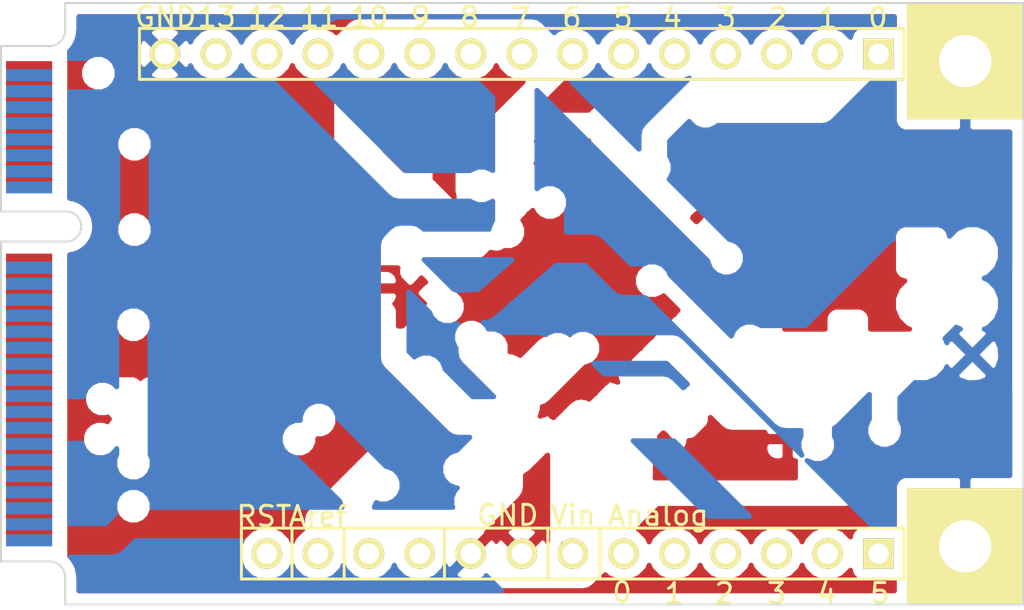
<source format=kicad_pcb>
(kicad_pcb (version 4) (host pcbnew 4.0.4-stable)

  (general
    (links 19)
    (no_connects 17)
    (area 48.999999 98.9872 102.289286 131.1144)
    (thickness 1.6)
    (drawings 46)
    (tracks 2)
    (zones 0)
    (modules 5)
    (nets 28)
  )

  (page A3)
  (layers
    (0 F.Cu signal)
    (31 B.Cu signal)
    (32 B.Adhes user)
    (33 F.Adhes user)
    (34 B.Paste user)
    (35 F.Paste user)
    (36 B.SilkS user)
    (37 F.SilkS user)
    (38 B.Mask user)
    (39 F.Mask user)
    (40 Dwgs.User user)
    (41 Cmts.User user)
    (42 Eco1.User user hide)
    (43 Eco2.User user hide)
    (44 Edge.Cuts user)
  )

  (setup
    (last_trace_width 0.254)
    (trace_clearance 0.2)
    (zone_clearance 0.508)
    (zone_45_only no)
    (trace_min 0.254)
    (segment_width 0.15)
    (edge_width 0.1)
    (via_size 0.6)
    (via_drill 0.3048)
    (via_min_size 0.6)
    (via_min_drill 0.299974)
    (uvia_size 0.508)
    (uvia_drill 0.127)
    (uvias_allowed no)
    (uvia_min_size 0.508)
    (uvia_min_drill 0.127)
    (pcb_text_width 0.3)
    (pcb_text_size 1.5 1.5)
    (mod_edge_width 0.15)
    (mod_text_size 1 1)
    (mod_text_width 0.15)
    (pad_size 0.9 1)
    (pad_drill 0)
    (pad_to_mask_clearance 0)
    (aux_axis_origin 0 0)
    (visible_elements 7FFFFF7F)
    (pcbplotparams
      (layerselection 0x00030_80000001)
      (usegerberextensions true)
      (excludeedgelayer true)
      (linewidth 0.150000)
      (plotframeref false)
      (viasonmask false)
      (mode 1)
      (useauxorigin false)
      (hpglpennumber 1)
      (hpglpenspeed 20)
      (hpglpendiameter 15)
      (hpglpenoverlay 2)
      (psnegative false)
      (psa4output false)
      (plotreference true)
      (plotvalue true)
      (plotinvisibletext false)
      (padsonsilk false)
      (subtractmaskfromsilk false)
      (outputformat 1)
      (mirror false)
      (drillshape 0)
      (scaleselection 1)
      (outputdirectory gerber/))
  )

  (net 0 "")
  (net 1 /A0)
  (net 2 /A1)
  (net 3 /A2)
  (net 4 /A3)
  (net 5 /A4)
  (net 6 /A5)
  (net 7 /AREF)
  (net 8 /D0/RXI)
  (net 9 /D1/TXO)
  (net 10 /D10)
  (net 11 /D11)
  (net 12 /D12)
  (net 13 /D13)
  (net 14 /D2/SDA)
  (net 15 /D3/SCL)
  (net 16 /D4)
  (net 17 /D5)
  (net 18 /D6)
  (net 19 /D7)
  (net 20 /D8)
  (net 21 /D9)
  (net 22 /RESET)
  (net 23 /UVCC)
  (net 24 GND)
  (net 25 N-000002)
  (net 26 N-000004)
  (net 27 VCC)

  (net_class Default "This is the default net class."
    (clearance 0.2)
    (trace_width 0.254)
    (via_dia 0.6)
    (via_drill 0.3048)
    (uvia_dia 0.508)
    (uvia_drill 0.127)
    (add_net /A0)
    (add_net /A1)
    (add_net /A2)
    (add_net /A3)
    (add_net /A4)
    (add_net /A5)
    (add_net /AREF)
    (add_net /D0/RXI)
    (add_net /D1/TXO)
    (add_net /D10)
    (add_net /D11)
    (add_net /D12)
    (add_net /D13)
    (add_net /D2/SDA)
    (add_net /D3/SCL)
    (add_net /D4)
    (add_net /D5)
    (add_net /D6)
    (add_net /D7)
    (add_net /D8)
    (add_net /D9)
    (add_net /RESET)
    (add_net N-000002)
    (add_net N-000004)
  )

  (net_class PCI ""
    (clearance 0.2)
    (trace_width 0.3)
    (via_dia 0.6)
    (via_drill 0.3048)
    (uvia_dia 0.508)
    (uvia_drill 0.127)
    (add_net GND)
  )

  (net_class Power ""
    (clearance 0.2)
    (trace_width 0.4)
    (via_dia 0.6)
    (via_drill 0.3048)
    (uvia_dia 0.508)
    (uvia_drill 0.127)
    (add_net /UVCC)
    (add_net VCC)
  )

  (module miniPCIeConn locked (layer F.Cu) (tedit 54A91326) (tstamp 54A9144B)
    (at 50.45 111.15)
    (path /53FF05BE)
    (fp_text reference J1 (at 2.5654 -3.2512 90) (layer F.SilkS) hide
      (effects (font (size 1 1) (thickness 0.15)))
    )
    (fp_text value PCIE-MINI (at 2.8194 5.9182 90) (layer F.SilkS) hide
      (effects (font (size 1 1) (thickness 0.15)))
    )
    (pad 1 smd rect (at 0 -7.95) (size 2.3 0.6) (layers F.Cu F.Paste F.Mask)
      (solder_mask_margin 0.1) (clearance 0.1))
    (pad 3 smd rect (at 0 -7.15) (size 2.3 0.6) (layers F.Cu F.Paste F.Mask)
      (solder_mask_margin 0.1) (clearance 0.1))
    (pad 5 smd rect (at 0 -6.35) (size 2.3 0.6) (layers F.Cu F.Paste F.Mask)
      (solder_mask_margin 0.1) (clearance 0.1))
    (pad 7 smd rect (at 0 -5.55) (size 2.3 0.6) (layers F.Cu F.Paste F.Mask)
      (solder_mask_margin 0.1) (clearance 0.1))
    (pad 9 smd rect (at 0 -4.75) (size 2.3 0.6) (layers F.Cu F.Paste F.Mask)
      (net 24 GND) (solder_mask_margin 0.1) (clearance 0.1))
    (pad 11 smd rect (at 0 -3.95) (size 2.3 0.6) (layers F.Cu F.Paste F.Mask)
      (solder_mask_margin 0.1) (clearance 0.1))
    (pad 13 smd rect (at 0 -3.15) (size 2.3 0.6) (layers F.Cu F.Paste F.Mask)
      (solder_mask_margin 0.1) (clearance 0.1))
    (pad 15 smd rect (at 0 -2.35) (size 2.3 0.6) (layers F.Cu F.Paste F.Mask)
      (net 24 GND) (solder_mask_margin 0.1) (clearance 0.1))
    (pad 2 smd rect (at 0 -7.55) (size 2.3 0.6) (layers B.Cu B.Paste B.Mask)
      (net 23 /UVCC) (solder_mask_margin 0.1) (clearance 0.1))
    (pad 17 smd rect (at 0 1.65) (size 2.3 0.6) (layers F.Cu F.Paste F.Mask)
      (solder_mask_margin 0.1) (clearance 0.1))
    (pad 4 smd rect (at 0 -6.75) (size 2.3 0.6) (layers B.Cu B.Paste B.Mask)
      (net 24 GND) (solder_mask_margin 0.1) (clearance 0.1))
    (pad 6 smd rect (at 0 -5.95) (size 2.3 0.6) (layers B.Cu B.Paste B.Mask)
      (solder_mask_margin 0.1) (clearance 0.1))
    (pad 8 smd rect (at 0 -5.15) (size 2.3 0.6) (layers B.Cu B.Paste B.Mask)
      (solder_mask_margin 0.1) (clearance 0.1))
    (pad 10 smd rect (at 0 -4.35) (size 2.3 0.6) (layers B.Cu B.Paste B.Mask)
      (solder_mask_margin 0.1) (clearance 0.1))
    (pad 12 smd rect (at 0 -3.55) (size 2.3 0.6) (layers B.Cu B.Paste B.Mask)
      (solder_mask_margin 0.1) (clearance 0.1))
    (pad 14 smd rect (at 0 -2.75) (size 2.3 0.6) (layers B.Cu B.Paste B.Mask)
      (solder_mask_margin 0.1) (clearance 0.1))
    (pad 16 smd rect (at 0 -1.95) (size 2.3 0.6) (layers B.Cu B.Paste B.Mask)
      (solder_mask_margin 0.1) (clearance 0.1))
    (pad 19 smd rect (at 0 2.45) (size 2.3 0.6) (layers F.Cu F.Paste F.Mask)
      (solder_mask_margin 0.1) (clearance 0.1))
    (pad 21 smd rect (at 0 3.25) (size 2.3 0.6) (layers F.Cu F.Paste F.Mask)
      (net 24 GND) (solder_mask_margin 0.1) (clearance 0.1))
    (pad 23 smd rect (at 0 4.05) (size 2.3 0.6) (layers F.Cu F.Paste F.Mask)
      (solder_mask_margin 0.1) (clearance 0.1))
    (pad 25 smd rect (at 0 4.85) (size 2.3 0.6) (layers F.Cu F.Paste F.Mask)
      (solder_mask_margin 0.1) (clearance 0.1))
    (pad 27 smd rect (at 0 5.65) (size 2.3 0.6) (layers F.Cu F.Paste F.Mask)
      (net 24 GND) (solder_mask_margin 0.1) (clearance 0.1))
    (pad 29 smd rect (at 0 6.45) (size 2.3 0.6) (layers F.Cu F.Paste F.Mask)
      (net 24 GND) (solder_mask_margin 0.1) (clearance 0.1))
    (pad 31 smd rect (at 0 7.25) (size 2.3 0.6) (layers F.Cu F.Paste F.Mask)
      (solder_mask_margin 0.1) (clearance 0.1))
    (pad 33 smd rect (at 0 8.05) (size 2.3 0.6) (layers F.Cu F.Paste F.Mask)
      (solder_mask_margin 0.1) (clearance 0.1))
    (pad 35 smd rect (at 0 8.85) (size 2.3 0.6) (layers F.Cu F.Paste F.Mask)
      (net 24 GND) (solder_mask_margin 0.1) (clearance 0.1))
    (pad 37 smd rect (at 0 9.65) (size 2.3 0.6) (layers F.Cu F.Paste F.Mask)
      (solder_mask_margin 0.1) (clearance 0.1))
    (pad 39 smd rect (at 0 10.45) (size 2.3 0.6) (layers F.Cu F.Paste F.Mask)
      (solder_mask_margin 0.1) (clearance 0.1))
    (pad 41 smd rect (at 0 11.25) (size 2.3 0.6) (layers F.Cu F.Paste F.Mask)
      (solder_mask_margin 0.1) (clearance 0.1))
    (pad 43 smd rect (at 0 12.05) (size 2.3 0.6) (layers F.Cu F.Paste F.Mask)
      (solder_mask_margin 0.1) (clearance 0.1))
    (pad 45 smd rect (at 0 12.85) (size 2.3 0.6) (layers F.Cu F.Paste F.Mask)
      (solder_mask_margin 0.1) (clearance 0.1))
    (pad 47 smd rect (at 0 13.65) (size 2.3 0.6) (layers F.Cu F.Paste F.Mask)
      (solder_mask_margin 0.1) (clearance 0.1))
    (pad 49 smd rect (at 0 14.45) (size 2.3 0.6) (layers F.Cu F.Paste F.Mask)
      (solder_mask_margin 0.1) (clearance 0.1))
    (pad 51 smd rect (at 0 15.25) (size 2.3 0.6) (layers F.Cu F.Paste F.Mask)
      (solder_mask_margin 0.1) (clearance 0.1))
    (pad 18 smd rect (at 0 2.05) (size 2.3 0.6) (layers B.Cu B.Paste B.Mask)
      (net 24 GND) (solder_mask_margin 0.1) (clearance 0.1))
    (pad 20 smd rect (at 0 2.85) (size 2.3 0.6) (layers B.Cu B.Paste B.Mask)
      (solder_mask_margin 0.1) (clearance 0.1))
    (pad 22 smd rect (at 0 3.65) (size 2.3 0.6) (layers B.Cu B.Paste B.Mask)
      (solder_mask_margin 0.1) (clearance 0.1))
    (pad 24 smd rect (at 0 4.45) (size 2.3 0.6) (layers B.Cu B.Paste B.Mask)
      (solder_mask_margin 0.1) (clearance 0.1))
    (pad 26 smd rect (at 0 5.25) (size 2.3 0.6) (layers B.Cu B.Paste B.Mask)
      (net 24 GND) (solder_mask_margin 0.1) (clearance 0.1))
    (pad 28 smd rect (at 0 6.05) (size 2.3 0.6) (layers B.Cu B.Paste B.Mask)
      (solder_mask_margin 0.1) (clearance 0.1))
    (pad 30 smd rect (at 0 6.85) (size 2.3 0.6) (layers B.Cu B.Paste B.Mask)
      (solder_mask_margin 0.1) (clearance 0.1))
    (pad 32 smd rect (at 0 7.65) (size 2.3 0.6) (layers B.Cu B.Paste B.Mask)
      (solder_mask_margin 0.1) (clearance 0.1))
    (pad 34 smd rect (at 0 8.45) (size 2.3 0.6) (layers B.Cu B.Paste B.Mask)
      (net 24 GND) (solder_mask_margin 0.1) (clearance 0.1))
    (pad 36 smd rect (at 0 9.25) (size 2.3 0.6) (layers B.Cu B.Paste B.Mask)
      (net 25 N-000002) (solder_mask_margin 0.1) (clearance 0.1))
    (pad 38 smd rect (at 0 10.05) (size 2.3 0.6) (layers B.Cu B.Paste B.Mask)
      (net 26 N-000004) (solder_mask_margin 0.1) (clearance 0.1))
    (pad 40 smd rect (at 0 10.85) (size 2.3 0.6) (layers B.Cu B.Paste B.Mask)
      (net 24 GND) (solder_mask_margin 0.1) (clearance 0.1))
    (pad 42 smd rect (at 0 11.65) (size 2.3 0.6) (layers B.Cu B.Paste B.Mask)
      (solder_mask_margin 0.1) (clearance 0.1))
    (pad 44 smd rect (at 0 12.45) (size 2.3 0.6) (layers B.Cu B.Paste B.Mask)
      (solder_mask_margin 0.1) (clearance 0.1))
    (pad 46 smd rect (at 0 13.25) (size 2.3 0.6) (layers B.Cu B.Paste B.Mask)
      (solder_mask_margin 0.1) (clearance 0.1))
    (pad 48 smd rect (at 0 14.05) (size 2.3 0.6) (layers B.Cu B.Paste B.Mask)
      (solder_mask_margin 0.1) (clearance 0.1))
    (pad 50 smd rect (at 0 14.85) (size 2.3 0.6) (layers B.Cu B.Paste B.Mask)
      (net 24 GND) (solder_mask_margin 0.1) (clearance 0.1))
    (pad 52 smd rect (at 0 15.65) (size 2.3 0.6) (layers B.Cu B.Paste B.Mask)
      (net 23 /UVCC) (solder_mask_margin 0.1) (clearance 0.1))
  )

  (module PIN_ARRAY_1 locked (layer F.Cu) (tedit 54A913CF) (tstamp 54A7F2E0)
    (at 97.1 127.1)
    (descr "1 pin")
    (tags "CONN DEV")
    (path /54A7DBE8)
    (fp_text reference MOUNTING_HOLE2 (at 0 -1.905) (layer F.SilkS) hide
      (effects (font (size 0.762 0.762) (thickness 0.1524)))
    )
    (fp_text value CONN_1 (at 0 -1.905) (layer F.SilkS) hide
      (effects (font (size 0.762 0.762) (thickness 0.1524)))
    )
    (fp_line (start 1.27 1.27) (end -1.27 1.27) (layer F.SilkS) (width 0.1524))
    (fp_line (start -1.27 -1.27) (end 1.27 -1.27) (layer F.SilkS) (width 0.1524))
    (fp_line (start -1.27 1.27) (end -1.27 -1.27) (layer F.SilkS) (width 0.1524))
    (fp_line (start 1.27 -1.27) (end 1.27 1.27) (layer F.SilkS) (width 0.1524))
    (pad 1 thru_hole rect (at 0 0) (size 5.8 5.8) (drill 2.6) (layers *.Cu *.Mask F.SilkS)
      (net 24 GND) (solder_mask_margin 0.1524) (clearance 0.1524))
  )

  (module PIN_ARRAY_1 locked (layer F.Cu) (tedit 54A913A9) (tstamp 54A91485)
    (at 97.1 102.9)
    (descr "1 pin")
    (tags "CONN DEV")
    (path /54A7DBF7)
    (fp_text reference MOUNTING_HOLE1 (at 0 -1.905) (layer F.SilkS) hide
      (effects (font (size 0.762 0.762) (thickness 0.1524)))
    )
    (fp_text value CONN_1 (at 0 -1.905) (layer F.SilkS) hide
      (effects (font (size 0.762 0.762) (thickness 0.1524)))
    )
    (fp_line (start 1.27 1.27) (end -1.27 1.27) (layer F.SilkS) (width 0.1524))
    (fp_line (start -1.27 -1.27) (end 1.27 -1.27) (layer F.SilkS) (width 0.1524))
    (fp_line (start -1.27 1.27) (end -1.27 -1.27) (layer F.SilkS) (width 0.1524))
    (fp_line (start 1.27 -1.27) (end 1.27 1.27) (layer F.SilkS) (width 0.1524))
    (pad 1 thru_hole rect (at 0 0) (size 5.8 5.8) (drill 2.6) (layers *.Cu *.Mask F.SilkS)
      (net 24 GND) (solder_mask_margin 0.1524) (clearance 0.1524))
  )

  (module PIN_ARRAY_15x1 locked (layer F.Cu) (tedit 5544DD7D) (tstamp 54A91F1B)
    (at 75 102.54 180)
    (descr "Double rangee de contacts 2 x 5 pins")
    (tags CONN)
    (path /54A7E504)
    (fp_text reference J3 (at 0 -2.54 180) (layer F.SilkS) hide
      (effects (font (size 1.016 1.016) (thickness 0.2032)))
    )
    (fp_text value DIGITAL (at 0 2.54 180) (layer F.SilkS) hide
      (effects (font (size 1.016 1.016) (thickness 0.2032)))
    )
    (fp_line (start -19.05 -1.27) (end 19.05 -1.27) (layer F.SilkS) (width 0.15))
    (fp_line (start 19.05 -1.27) (end 19.05 1.27) (layer F.SilkS) (width 0.15))
    (fp_line (start 19.05 1.27) (end -19.05 1.27) (layer F.SilkS) (width 0.15))
    (fp_line (start -19.05 1.27) (end -19.05 -1.27) (layer F.SilkS) (width 0.15))
    (pad 1 thru_hole rect (at -17.78 0 180) (size 1.524 1.524) (drill 1.016) (layers *.Cu *.Mask F.SilkS)
      (net 8 /D0/RXI))
    (pad 2 thru_hole circle (at -15.24 0 180) (size 1.524 1.524) (drill 1.016) (layers *.Cu *.Mask F.SilkS)
      (net 9 /D1/TXO))
    (pad 3 thru_hole circle (at -12.7 0 180) (size 1.524 1.524) (drill 1.016) (layers *.Cu *.Mask F.SilkS)
      (net 14 /D2/SDA))
    (pad 4 thru_hole circle (at -10.16 0 180) (size 1.524 1.524) (drill 1.016) (layers *.Cu *.Mask F.SilkS)
      (net 15 /D3/SCL))
    (pad 5 thru_hole circle (at -7.62 0 180) (size 1.524 1.524) (drill 1.016) (layers *.Cu *.Mask F.SilkS)
      (net 16 /D4))
    (pad 6 thru_hole circle (at -5.08 0 180) (size 1.524 1.524) (drill 1.016) (layers *.Cu *.Mask F.SilkS)
      (net 17 /D5))
    (pad 7 thru_hole circle (at -2.54 0 180) (size 1.524 1.524) (drill 1.016) (layers *.Cu *.Mask F.SilkS)
      (net 18 /D6))
    (pad 8 thru_hole circle (at 0 0 180) (size 1.524 1.524) (drill 1.016) (layers *.Cu *.Mask F.SilkS)
      (net 19 /D7))
    (pad 9 thru_hole circle (at 2.54 0 180) (size 1.524 1.524) (drill 1.016) (layers *.Cu *.Mask F.SilkS)
      (net 20 /D8))
    (pad 10 thru_hole circle (at 5.08 0 180) (size 1.524 1.524) (drill 1.016) (layers *.Cu *.Mask F.SilkS)
      (net 21 /D9))
    (pad 11 thru_hole circle (at 7.62 0 180) (size 1.524 1.524) (drill 1.016) (layers *.Cu *.Mask F.SilkS)
      (net 10 /D10))
    (pad 12 thru_hole circle (at 10.16 0 180) (size 1.524 1.524) (drill 1.016) (layers *.Cu *.Mask F.SilkS)
      (net 11 /D11))
    (pad 13 thru_hole circle (at 12.7 0 180) (size 1.524 1.524) (drill 1.016) (layers *.Cu *.Mask F.SilkS)
      (net 12 /D12))
    (pad 14 thru_hole circle (at 15.24 0 180) (size 1.524 1.524) (drill 1.016) (layers *.Cu *.Mask F.SilkS)
      (net 13 /D13))
    (pad 15 thru_hole circle (at 17.78 0 180) (size 1.524 1.524) (drill 1.016) (layers *.Cu *.Mask F.SilkS)
      (net 24 GND))
  )

  (module PIN_ARRAY_13x1 locked (layer F.Cu) (tedit 5544DD70) (tstamp 54A93327)
    (at 77.54 127.46 180)
    (descr "Double rangee de contacts 2 x 5 pins")
    (tags CONN)
    (path /54A91C6A)
    (fp_text reference J4 (at 0 -2.54 180) (layer F.SilkS) hide
      (effects (font (size 1.016 1.016) (thickness 0.2032)))
    )
    (fp_text value ANALOG_POWER (at 0 2.54 180) (layer F.SilkS) hide
      (effects (font (size 1.016 1.016) (thickness 0.2032)))
    )
    (fp_line (start -16.51 -1.27) (end 16.51 -1.27) (layer F.SilkS) (width 0.15))
    (fp_line (start 16.51 -1.27) (end 16.51 1.27) (layer F.SilkS) (width 0.15))
    (fp_line (start 16.51 1.27) (end -16.51 1.27) (layer F.SilkS) (width 0.15))
    (fp_line (start -16.51 1.27) (end -16.51 -1.27) (layer F.SilkS) (width 0.15))
    (pad 1 thru_hole rect (at -15.24 0 180) (size 1.524 1.524) (drill 1.016) (layers *.Cu *.Mask F.SilkS)
      (net 6 /A5))
    (pad 2 thru_hole circle (at -12.7 0 180) (size 1.524 1.524) (drill 1.016) (layers *.Cu *.Mask F.SilkS)
      (net 5 /A4))
    (pad 3 thru_hole circle (at -10.16 0 180) (size 1.524 1.524) (drill 1.016) (layers *.Cu *.Mask F.SilkS)
      (net 4 /A3))
    (pad 4 thru_hole circle (at -7.62 0 180) (size 1.524 1.524) (drill 1.016) (layers *.Cu *.Mask F.SilkS)
      (net 3 /A2))
    (pad 5 thru_hole circle (at -5.08 0 180) (size 1.524 1.524) (drill 1.016) (layers *.Cu *.Mask F.SilkS)
      (net 2 /A1))
    (pad 6 thru_hole circle (at -2.54 0 180) (size 1.524 1.524) (drill 1.016) (layers *.Cu *.Mask F.SilkS)
      (net 1 /A0))
    (pad 7 thru_hole circle (at 0 0 180) (size 1.524 1.524) (drill 1.016) (layers *.Cu *.Mask F.SilkS)
      (net 23 /UVCC))
    (pad 8 thru_hole circle (at 2.54 0 180) (size 1.524 1.524) (drill 1.016) (layers *.Cu *.Mask F.SilkS)
      (net 24 GND))
    (pad 9 thru_hole circle (at 5.08 0 180) (size 1.524 1.524) (drill 1.016) (layers *.Cu *.Mask F.SilkS)
      (net 24 GND))
    (pad 10 thru_hole circle (at 7.62 0 180) (size 1.524 1.524) (drill 1.016) (layers *.Cu *.Mask F.SilkS)
      (net 27 VCC))
    (pad 11 thru_hole circle (at 10.16 0 180) (size 1.524 1.524) (drill 1.016) (layers *.Cu *.Mask F.SilkS)
      (net 27 VCC))
    (pad 12 thru_hole circle (at 12.7 0 180) (size 1.524 1.524) (drill 1.016) (layers *.Cu *.Mask F.SilkS)
      (net 7 /AREF))
    (pad 13 thru_hole circle (at 15.24 0 180) (size 1.524 1.524) (drill 1.016) (layers *.Cu *.Mask F.SilkS)
      (net 22 /RESET))
  )

  (gr_line (start 63.55 126.25) (end 63.55 128.65) (angle 90) (layer F.SilkS) (width 0.15))
  (gr_text 0 (at 92.75 100.75) (layer F.SilkS)
    (effects (font (size 1 1) (thickness 0.15)))
  )
  (gr_text 1 (at 90.25 100.75) (layer F.SilkS)
    (effects (font (size 1 1) (thickness 0.15)))
  )
  (gr_text 2 (at 87.75 100.75) (layer F.SilkS)
    (effects (font (size 1 1) (thickness 0.15)))
  )
  (gr_text 3 (at 85.2 100.75) (layer F.SilkS)
    (effects (font (size 1 1) (thickness 0.15)))
  )
  (gr_text 4 (at 82.5 100.75) (layer F.SilkS)
    (effects (font (size 1 1) (thickness 0.15)))
  )
  (gr_text 5 (at 80.05 100.75) (layer F.SilkS)
    (effects (font (size 1 1) (thickness 0.15)))
  )
  (gr_text 6 (at 77.5 100.75) (layer F.SilkS)
    (effects (font (size 1 1) (thickness 0.15)))
  )
  (gr_text 7 (at 74.95 100.75) (layer F.SilkS)
    (effects (font (size 1 1) (thickness 0.15)))
  )
  (gr_text 8 (at 72.4 100.7) (layer F.SilkS)
    (effects (font (size 1 1) (thickness 0.15)))
  )
  (gr_text 9 (at 69.95 100.7) (layer F.SilkS)
    (effects (font (size 1 1) (thickness 0.15)))
  )
  (gr_text 10 (at 67.4 100.7) (layer F.SilkS)
    (effects (font (size 1 1) (thickness 0.15)))
  )
  (gr_text 11 (at 64.9 100.7) (layer F.SilkS)
    (effects (font (size 1 1) (thickness 0.15)))
  )
  (gr_text 12 (at 62.3 100.7) (layer F.SilkS)
    (effects (font (size 1 1) (thickness 0.15)))
  )
  (gr_text 13 (at 59.8 100.7) (layer F.SilkS)
    (effects (font (size 1 1) (thickness 0.15)))
  )
  (gr_text GND (at 57.25 100.7) (layer F.SilkS)
    (effects (font (size 1 1) (thickness 0.15)))
  )
  (gr_text Vin (at 77.55 125.55) (layer F.SilkS)
    (effects (font (size 1 1) (thickness 0.15)))
  )
  (gr_line (start 76.3 126.25) (end 76.3 128.6) (angle 90) (layer F.SilkS) (width 0.15))
  (gr_line (start 71.15 126.2) (end 71.15 128.65) (angle 90) (layer F.SilkS) (width 0.15))
  (gr_line (start 66.15 126.25) (end 66.15 128.65) (angle 90) (layer F.SilkS) (width 0.15))
  (gr_text GND (at 74.3 125.55) (layer F.SilkS)
    (effects (font (size 1 1) (thickness 0.15)))
  )
  (gr_text Aref (at 64.85 125.6) (layer F.SilkS)
    (effects (font (size 1 1) (thickness 0.15)))
  )
  (gr_text RST (at 62.15 125.6) (layer F.SilkS)
    (effects (font (size 1 1) (thickness 0.15)))
  )
  (gr_text Analog (at 81.8 125.55) (layer F.SilkS)
    (effects (font (size 1 1) (thickness 0.15)))
  )
  (gr_text 5 (at 92.85 129.45) (layer F.SilkS)
    (effects (font (size 1 1) (thickness 0.15)))
  )
  (gr_text 4 (at 90.2 129.45) (layer F.SilkS)
    (effects (font (size 1 1) (thickness 0.15)))
  )
  (gr_text 3 (at 87.7 129.45) (layer F.SilkS)
    (effects (font (size 1 1) (thickness 0.15)))
  )
  (gr_text 2 (at 85.1 129.45) (layer F.SilkS)
    (effects (font (size 1 1) (thickness 0.15)))
  )
  (gr_text 1 (at 82.6 129.45) (layer F.SilkS)
    (effects (font (size 1 1) (thickness 0.15)))
  )
  (gr_text 0 (at 80 129.4) (layer F.SilkS)
    (effects (font (size 1 1) (thickness 0.15)))
  )
  (gr_line (start 78.9 126.2) (end 78.9 128.7) (angle 90) (layer F.SilkS) (width 0.15))
  (gr_arc (start 52.3 111.15) (end 52.3 110.4) (angle 90) (layer Edge.Cuts) (width 0.1))
  (gr_arc (start 52.3 111.15) (end 53.05 111.15) (angle 90) (layer Edge.Cuts) (width 0.1))
  (gr_line (start 49.05 110.4) (end 52.3 110.4) (angle 90) (layer Edge.Cuts) (width 0.1))
  (gr_line (start 49.05 111.9) (end 52.3 111.9) (angle 90) (layer Edge.Cuts) (width 0.1))
  (gr_line (start 49.05 127.85) (end 49.05 111.9) (angle 90) (layer Edge.Cuts) (width 0.1))
  (gr_line (start 49.05 102.15) (end 49.05 110.4) (angle 90) (layer Edge.Cuts) (width 0.1))
  (gr_line (start 51.45 102.15) (end 49.05 102.15) (angle 90) (layer Edge.Cuts) (width 0.1))
  (gr_line (start 51.45 127.85) (end 49.05 127.85) (angle 90) (layer Edge.Cuts) (width 0.1))
  (gr_arc (start 51.45 101.35) (end 52.25 101.35) (angle 90) (layer Edge.Cuts) (width 0.1))
  (gr_arc (start 51.45 128.65) (end 51.45 127.85) (angle 90) (layer Edge.Cuts) (width 0.1))
  (gr_line (start 52.25 130) (end 52.25 128.65) (angle 90) (layer Edge.Cuts) (width 0.1))
  (gr_line (start 52.25 100) (end 52.25 101.35) (angle 90) (layer Edge.Cuts) (width 0.1))
  (gr_line (start 100 130) (end 52.25 130) (angle 90) (layer Edge.Cuts) (width 0.1))
  (gr_line (start 100 100) (end 52.25 100) (angle 90) (layer Edge.Cuts) (width 0.1))
  (gr_line (start 100 100) (end 100 130) (angle 90) (layer Edge.Cuts) (width 0.1))

  (segment (start 85.4214 102.8014) (end 85.16 102.54) (width 0.254) (layer F.Cu) (net 15))
  (segment (start 77.54 127.46) (end 77.1229 127.0429) (width 0.4) (layer F.Cu) (net 23))

  (zone (net 24) (net_name GND) (layer F.Cu) (tstamp 54A91F64) (hatch edge 0.508)
    (connect_pads (clearance 0.508))
    (min_thickness 0.254)
    (fill (arc_segments 16) (thermal_gap 0.508) (thermal_bridge_width 0.508))
    (polygon
      (pts
        (xy 52.35 100.1) (xy 99.9 100.1) (xy 99.9 129.9) (xy 52.35 129.85)
      )
    )
    (filled_polygon
      (pts
        (xy 65.5256 106.973969) (xy 63.400815 104.849185) (xy 63.153605 104.684004) (xy 62.862 104.626) (xy 62.575018 104.626)
        (xy 62.481668 104.532487) (xy 62.312 104.462034) (xy 62.312 104.33) (xy 62.253996 104.038395) (xy 62.186179 103.9369)
        (xy 62.576661 103.937241) (xy 63.090303 103.725009) (xy 63.483628 103.33237) (xy 63.569949 103.124485) (xy 63.654991 103.330303)
        (xy 64.04763 103.723628) (xy 64.560901 103.936756) (xy 65.116661 103.937241) (xy 65.5256 103.768271) (xy 65.5256 106.973969)
      )
    )
    (filled_polygon
      (pts
        (xy 69.158 108.343369) (xy 68.142 107.327369) (xy 68.142 103.736703) (xy 68.170303 103.725009) (xy 68.563628 103.33237)
        (xy 68.649949 103.124485) (xy 68.734991 103.330303) (xy 69.12763 103.723628) (xy 69.158 103.736238) (xy 69.158 108.343369)
      )
    )
    (filled_polygon
      (pts
        (xy 75.065313 103.937056) (xy 71.797485 107.204885) (xy 71.632304 107.452095) (xy 71.5743 107.7437) (xy 71.5743 109.3953)
        (xy 71.632122 109.685991) (xy 70.682 108.735869) (xy 70.682 103.736703) (xy 70.710303 103.725009) (xy 71.103628 103.33237)
        (xy 71.189949 103.124485) (xy 71.274991 103.330303) (xy 71.66763 103.723628) (xy 72.180901 103.936756) (xy 72.736661 103.937241)
        (xy 73.250303 103.725009) (xy 73.643628 103.33237) (xy 73.729949 103.124485) (xy 73.814991 103.330303) (xy 74.20763 103.723628)
        (xy 74.720901 103.936756) (xy 75.065313 103.937056)
      )
    )
    (filled_polygon
      (pts
        (xy 76.2879 126.832529) (xy 76.276605 126.85973) (xy 76.222396 126.728858) (xy 75.980212 126.659393) (xy 75.800607 126.838998)
        (xy 75.800607 126.479788) (xy 75.731142 126.237604) (xy 75.207696 126.050857) (xy 74.652631 126.07864) (xy 74.268858 126.237604)
        (xy 74.199393 126.479788) (xy 75 127.280395) (xy 75.800607 126.479788) (xy 75.800607 126.838998) (xy 75.179605 127.46)
        (xy 75.193747 127.474142) (xy 75.014142 127.653747) (xy 75 127.639605) (xy 74.985857 127.653747) (xy 74.806252 127.474142)
        (xy 74.820395 127.46) (xy 74.019788 126.659393) (xy 73.777604 126.728858) (xy 73.733547 126.852347) (xy 73.682396 126.728858)
        (xy 73.440212 126.659393) (xy 72.639605 127.46) (xy 72.653747 127.474142) (xy 72.474142 127.653747) (xy 72.46 127.639605)
        (xy 72.445857 127.653747) (xy 72.266252 127.474142) (xy 72.280395 127.46) (xy 72.266252 127.445857) (xy 72.445857 127.266252)
        (xy 72.46 127.280395) (xy 73.260607 126.479788) (xy 73.242122 126.415345) (xy 74.944434 124.713034) (xy 75.125439 124.442141)
        (xy 75.125439 124.44214) (xy 75.189 124.1226) (xy 75.189 123.563515) (xy 75.189 123.563514) (xy 75.448034 123.390434)
        (xy 75.744383 123.094084) (xy 75.751762 123.091036) (xy 75.930547 122.912564) (xy 76.2879 122.55521) (xy 76.2879 126.832529)
      )
    )
    (filled_polygon
      (pts
        (xy 78.337494 106.872084) (xy 78.248238 106.908964) (xy 78.069453 107.087436) (xy 76.999998 108.156891) (xy 76.582418 107.739463)
        (xy 76.357911 107.739463) (xy 75.94931 108.148065) (xy 75.963452 108.162207) (xy 75.918628 108.20703) (xy 75.710738 107.99914)
        (xy 75.755562 107.954317) (xy 75.769704 107.968459) (xy 76.178306 107.559858) (xy 76.178306 107.335351) (xy 75.752702 106.909592)
        (xy 75.728209 106.899421) (xy 75.764528 106.863102) (xy 78.337494 106.872084)
      )
    )
    (filled_polygon
      (pts
        (xy 79.896455 103.936839) (xy 78.301486 105.347948) (xy 75.818348 105.339281) (xy 77.232618 103.925011) (xy 77.260901 103.936756)
        (xy 77.816661 103.937241) (xy 78.330303 103.725009) (xy 78.723628 103.33237) (xy 78.809949 103.124485) (xy 78.894991 103.330303)
        (xy 79.28763 103.723628) (xy 79.800901 103.936756) (xy 79.896455 103.936839)
      )
    )
    (filled_polygon
      (pts
        (xy 82.785294 115.321124) (xy 82.649384 115.457035) (xy 82.61993 115.527965) (xy 82.549781 115.556951) (xy 82.370996 115.735423)
        (xy 82.083628 116.022791) (xy 82.054174 116.093721) (xy 81.984025 116.122707) (xy 81.80524 116.301179) (xy 81.517872 116.588547)
        (xy 81.488418 116.659477) (xy 81.418269 116.688463) (xy 81.239484 116.866935) (xy 80.952116 117.154303) (xy 80.922663 117.225233)
        (xy 80.852512 117.254219) (xy 80.673727 117.432691) (xy 80.386359 117.720059) (xy 80.356905 117.790989) (xy 80.286756 117.819975)
        (xy 80.107971 117.998447) (xy 79.820603 118.285815) (xy 79.791149 118.356745) (xy 79.721 118.385731) (xy 79.671626 118.435018)
        (xy 79.671626 118.659454) (xy 79.723558 118.711386) (xy 79.723506 118.771739) (xy 79.782171 118.913719) (xy 79.641335 118.855239)
        (xy 79.579989 118.855185) (xy 79.527942 118.803138) (xy 79.303506 118.803138) (xy 79.254219 118.852512) (xy 79.225279 118.922549)
        (xy 79.155244 118.951488) (xy 78.976459 119.12996) (xy 78.689091 119.417328) (xy 78.659637 119.488258) (xy 78.589488 119.517244)
        (xy 78.410703 119.695716) (xy 78.347665 119.758753) (xy 78.27584 119.710761) (xy 77.9563 119.6472) (xy 77.689774 119.700215)
        (xy 77.636759 119.710761) (xy 77.365865 119.891766) (xy 76.575606 120.682025) (xy 76.542965 120.649384) (xy 76.471921 120.619883)
        (xy 76.442421 120.54884) (xy 76.393832 120.500407) (xy 76.169326 120.500407) (xy 76.117393 120.552339) (xy 76.057041 120.552287)
        (xy 75.915061 120.610951) (xy 75.973542 120.470116) (xy 75.973595 120.408769) (xy 76.025642 120.356723) (xy 76.025642 120.132217)
        (xy 76.025021 120.131594) (xy 76.151704 120.106396) (xy 76.151705 120.106396) (xy 76.398915 119.941215) (xy 78.194705 118.145424)
        (xy 78.237367 118.145462) (xy 78.581143 118.003417) (xy 78.844392 117.740627) (xy 78.987038 117.397099) (xy 78.987362 117.025133)
        (xy 78.845317 116.681357) (xy 78.582527 116.418108) (xy 78.238999 116.275462) (xy 77.867033 116.275138) (xy 77.523257 116.417183)
        (xy 77.39906 116.541162) (xy 77.329927 116.471908) (xy 76.986399 116.329262) (xy 76.614433 116.328938) (xy 76.270657 116.470983)
        (xy 76.222038 116.519517) (xy 76.017995 116.560104) (xy 75.770784 116.725285) (xy 74.918913 117.577156) (xy 74.883227 117.541408)
        (xy 74.539699 117.398762) (xy 74.415229 117.398653) (xy 74.424138 117.377199) (xy 74.424462 117.005233) (xy 74.282417 116.661457)
        (xy 74.019627 116.398208) (xy 73.676099 116.255562) (xy 73.33449 116.255264) (xy 73.283417 116.131657) (xy 73.020627 115.868408)
        (xy 72.677099 115.725762) (xy 72.305133 115.725438) (xy 71.961357 115.867483) (xy 71.854295 115.974358) (xy 71.753333 115.974358)
        (xy 71.828943 115.943117) (xy 72.092192 115.680327) (xy 72.234838 115.336799) (xy 72.235162 114.964833) (xy 72.093117 114.621057)
        (xy 71.830327 114.357808) (xy 71.622188 114.27138) (xy 71.629004 114.264577) (xy 71.916372 113.977209) (xy 71.945825 113.906278)
        (xy 72.015975 113.877293) (xy 72.19476 113.698821) (xy 72.482128 113.411453) (xy 72.511581 113.340522) (xy 72.581731 113.311537)
        (xy 72.760516 113.133065) (xy 73.047884 112.845697) (xy 73.077336 112.774766) (xy 73.147488 112.745781) (xy 73.326273 112.567309)
        (xy 73.456638 112.436943) (xy 73.729149 112.491149) (xy 74.020754 112.433146) (xy 74.148244 112.347959) (xy 74.495667 112.348262)
        (xy 74.839443 112.206217) (xy 75.102692 111.943427) (xy 75.245338 111.599899) (xy 75.245662 111.227933) (xy 75.103617 110.884157)
        (xy 75.056561 110.837019) (xy 75.310909 110.582672) (xy 75.340362 110.511741) (xy 75.410512 110.482756) (xy 75.550654 110.342858)
        (xy 75.606883 110.478943) (xy 75.869673 110.742192) (xy 76.213201 110.884838) (xy 76.585167 110.885162) (xy 76.928943 110.743117)
        (xy 77.192192 110.480327) (xy 77.334838 110.136799) (xy 77.335162 109.764833) (xy 77.193117 109.421057) (xy 76.930327 109.157808)
        (xy 76.792746 109.100678) (xy 76.865297 109.028128) (xy 76.771006 108.933837) (xy 76.959517 108.933837) (xy 77 108.893283)
        (xy 77.169667 109.063248) (xy 77.457035 109.350616) (xy 77.527965 109.380069) (xy 77.556951 109.450219) (xy 77.735423 109.629004)
        (xy 78.022791 109.916372) (xy 78.093721 109.945825) (xy 78.122707 110.015975) (xy 78.301179 110.19476) (xy 78.588547 110.482128)
        (xy 78.659477 110.511581) (xy 78.688463 110.581731) (xy 78.866935 110.760516) (xy 79.154303 111.047884) (xy 79.225233 111.077336)
        (xy 79.254219 111.147488) (xy 79.432691 111.326273) (xy 79.720059 111.613641) (xy 79.790989 111.643094) (xy 79.819975 111.713244)
        (xy 79.998447 111.892029) (xy 80.285815 112.179397) (xy 80.356745 112.20885) (xy 80.385731 112.279) (xy 80.564203 112.457785)
        (xy 80.851571 112.745153) (xy 80.922616 112.774653) (xy 80.952116 112.845697) (xy 81.000705 112.89413) (xy 81.189287 112.89413)
        (xy 81.094996 112.988421) (xy 81.107203 113.000628) (xy 80.971057 113.056883) (xy 80.707808 113.319673) (xy 80.565162 113.663201)
        (xy 80.564838 114.035167) (xy 80.706883 114.378943) (xy 80.969673 114.642192) (xy 81.313201 114.784838) (xy 81.685167 114.785162)
        (xy 82.028943 114.643117) (xy 82.068149 114.603979) (xy 82.785294 115.321124)
      )
    )
    (filled_polygon
      (pts
        (xy 85.974981 111.25) (xy 85.961614 111.26339) (xy 85.956074 111.249982) (xy 85.777601 111.071197) (xy 85.328588 110.622184)
        (xy 85.095284 110.525307) (xy 84.974797 110.525202) (xy 84.974693 110.404716) (xy 84.877816 110.171412) (xy 84.766365 110.060116)
        (xy 84.541859 110.060116) (xy 83.89079 110.711185) (xy 83.904932 110.725327) (xy 83.725327 110.904932) (xy 83.711185 110.89079)
        (xy 83.697042 110.904932) (xy 83.517437 110.725327) (xy 83.53158 110.711185) (xy 83.517437 110.697042) (xy 83.697042 110.517437)
        (xy 83.711185 110.53158) (xy 84.362254 109.880511) (xy 84.362254 109.846888) (xy 84.397142 109.812) (xy 85.03437 109.812)
        (xy 85.79339 110.57102) (xy 85.79339 110.931255) (xy 85.889859 111.164729) (xy 85.974981 111.25)
      )
    )
    (filled_polygon
      (pts
        (xy 88.642479 122.835094) (xy 88.635611 122.851636) (xy 88.63539 123.104255) (xy 88.63539 123.6868) (xy 88.123 123.6868)
        (xy 88.123 122.67625) (xy 88.123 121.877) (xy 87.27375 121.877) (xy 87.115 122.03575) (xy 87.11489 122.325755)
        (xy 87.211359 122.559229) (xy 87.389832 122.738013) (xy 87.623136 122.834889) (xy 87.875755 122.83511) (xy 87.96425 122.835)
        (xy 88.123 122.67625) (xy 88.123 123.6868) (xy 81.644734 123.6868) (xy 81.661999 123.6) (xy 81.662 123.6)
        (xy 81.662 122.586767) (xy 81.702777 122.627601) (xy 81.881562 122.806074) (xy 82.115035 122.902543) (xy 82.367654 122.902323)
        (xy 82.600958 122.805446) (xy 82.712254 122.693995) (xy 82.712254 122.469489) (xy 82.061185 121.81842) (xy 82.047042 121.832562)
        (xy 81.867437 121.652957) (xy 81.88158 121.638815) (xy 81.867437 121.624672) (xy 82.047042 121.445067) (xy 82.061185 121.45921)
        (xy 82.075327 121.445067) (xy 82.254932 121.624672) (xy 82.24079 121.638815) (xy 82.891859 122.289884) (xy 83.116365 122.289884)
        (xy 83.227816 122.178588) (xy 83.324693 121.945284) (xy 83.324797 121.824809) (xy 83.444176 121.824913) (xy 83.677648 121.728444)
        (xy 83.856433 121.549971) (xy 84.305446 121.100958) (xy 84.402323 120.867654) (xy 84.402493 120.671824) (xy 84.920184 121.189515)
        (xy 84.920185 121.189515) (xy 85.167395 121.354696) (xy 85.459 121.4127) (xy 87.11498 121.4127) (xy 87.115 121.46425)
        (xy 87.27375 121.623) (xy 88.123 121.623) (xy 88.123 121.603) (xy 88.377 121.603) (xy 88.377 121.623)
        (xy 88.397 121.623) (xy 88.397 121.877) (xy 88.377 121.877) (xy 88.377 122.67625) (xy 88.53575 122.835)
        (xy 88.624245 122.83511) (xy 88.642479 122.835094)
      )
    )
    (filled_polygon
      (pts
        (xy 93.564934 128.85711) (xy 93.564914 129.315) (xy 52.935 129.315) (xy 52.935 128.65) (xy 52.921629 128.582783)
        (xy 52.921687 128.517002) (xy 52.861058 128.210802) (xy 52.861051 128.210785) (xy 52.86105 128.209479) (xy 52.758554 127.962639)
        (xy 52.584909 127.703253) (xy 52.477 127.595532) (xy 52.477 112.563251) (xy 52.720112 112.515115) (xy 52.96713 112.413048)
        (xy 52.968024 112.412154) (xy 52.968075 112.412134) (xy 53.209211 112.250708) (xy 53.210398 112.250218) (xy 53.399554 112.061392)
        (xy 53.562346 111.818217) (xy 53.664842 111.571378) (xy 53.664843 111.570114) (xy 53.664864 111.570064) (xy 53.721436 111.284352)
        (xy 53.72147 111.284272) (xy 53.72147 111.284183) (xy 53.721704 111.283002) (xy 53.721587 111.15) (xy 53.721704 111.016998)
        (xy 53.72147 111.015816) (xy 53.72147 111.015728) (xy 53.721436 111.015647) (xy 53.664864 110.729936) (xy 53.664843 110.729885)
        (xy 53.664842 110.728622) (xy 53.562346 110.481783) (xy 53.399554 110.238608) (xy 53.210398 110.049782) (xy 53.209211 110.049291)
        (xy 52.968075 109.887866) (xy 52.968024 109.887845) (xy 52.96713 109.886952) (xy 52.720112 109.784885) (xy 52.477 109.736748)
        (xy 52.477 102.404467) (xy 52.584909 102.296747) (xy 52.758554 102.037361) (xy 52.86105 101.790521) (xy 52.861051 101.789214)
        (xy 52.861058 101.789198) (xy 52.921687 101.482998) (xy 52.921629 101.417216) (xy 52.935 101.35) (xy 52.935 100.685)
        (xy 93.564914 100.685) (xy 93.564934 101.14302) (xy 93.416245 101.14289) (xy 91.892245 101.14289) (xy 91.658771 101.239359)
        (xy 91.479987 101.417832) (xy 91.383111 101.651136) (xy 91.383061 101.707676) (xy 91.03237 101.356372) (xy 90.519099 101.143244)
        (xy 89.963339 101.142759) (xy 89.449697 101.354991) (xy 89.056372 101.74763) (xy 88.97005 101.955514) (xy 88.885009 101.749697)
        (xy 88.49237 101.356372) (xy 87.979099 101.143244) (xy 87.423339 101.142759) (xy 86.909697 101.354991) (xy 86.776493 101.487962)
        (xy 86.200115 100.911585) (xy 85.952905 100.746404) (xy 85.6613 100.6884) (xy 84.7089 100.6884) (xy 84.417295 100.746404)
        (xy 84.170084 100.911585) (xy 83.568697 101.512972) (xy 83.41237 101.356372) (xy 82.899099 101.143244) (xy 82.343339 101.142759)
        (xy 81.829697 101.354991) (xy 81.436372 101.74763) (xy 81.35005 101.955514) (xy 81.265009 101.749697) (xy 80.87237 101.356372)
        (xy 80.359099 101.143244) (xy 79.803339 101.142759) (xy 79.772946 101.155316) (xy 79.528115 100.910485) (xy 79.280905 100.745304)
        (xy 78.9893 100.6873) (xy 66.8678 100.6873) (xy 66.576195 100.745304) (xy 66.328984 100.910485) (xy 65.757624 101.481845)
        (xy 65.63237 101.356372) (xy 65.119099 101.143244) (xy 64.563339 101.142759) (xy 64.049697 101.354991) (xy 63.656372 101.74763)
        (xy 63.57005 101.955514) (xy 63.485009 101.749697) (xy 63.09237 101.356372) (xy 62.579099 101.143244) (xy 62.023339 101.142759)
        (xy 61.509697 101.354991) (xy 61.116372 101.74763) (xy 61.03005 101.955514) (xy 60.945009 101.749697) (xy 60.55237 101.356372)
        (xy 60.039099 101.143244) (xy 59.483339 101.142759) (xy 58.969697 101.354991) (xy 58.576372 101.74763) (xy 58.496605 101.93973)
        (xy 58.442396 101.808858) (xy 58.200212 101.739393) (xy 58.020607 101.918998) (xy 58.020607 101.559788) (xy 57.951142 101.317604)
        (xy 57.427696 101.130857) (xy 56.872631 101.15864) (xy 56.488858 101.317604) (xy 56.419393 101.559788) (xy 57.22 102.360395)
        (xy 58.020607 101.559788) (xy 58.020607 101.918998) (xy 57.399605 102.54) (xy 58.200212 103.340607) (xy 58.442396 103.271142)
        (xy 58.492508 103.130678) (xy 58.574991 103.330303) (xy 58.96763 103.723628) (xy 59.480901 103.936756) (xy 60.036661 103.937241)
        (xy 60.067052 103.924683) (xy 60.658159 104.51579) (xy 60.619271 104.531859) (xy 60.547902 104.603103) (xy 60.408948 104.463907)
        (xy 60.175644 104.367031) (xy 59.923025 104.36681) (xy 59.93575 104.36692) (xy 59.777 104.52567) (xy 59.777 105.2737)
        (xy 59.797 105.2737) (xy 59.797 105.5277) (xy 59.777 105.5277) (xy 59.777 105.5477) (xy 59.523 105.5477)
        (xy 59.523 105.5277) (xy 59.523 105.2737) (xy 59.523 104.52567) (xy 59.36425 104.36692) (xy 59.376975 104.36681)
        (xy 59.124356 104.367031) (xy 58.891052 104.463907) (xy 58.712579 104.642691) (xy 58.61611 104.876165) (xy 58.61622 105.11495)
        (xy 58.77497 105.2737) (xy 59.523 105.2737) (xy 59.523 105.5277) (xy 58.77497 105.5277) (xy 58.61622 105.68645)
        (xy 58.61611 105.925235) (xy 58.70909 106.150265) (xy 58.616331 106.373656) (xy 58.61611 106.626275) (xy 58.61611 107.423835)
        (xy 58.712579 107.657309) (xy 58.830157 107.775092) (xy 58.663207 107.941752) (xy 58.566331 108.175056) (xy 58.56611 108.427675)
        (xy 58.56611 109.225235) (xy 58.65909 109.450265) (xy 58.566331 109.673656) (xy 58.56611 109.926275) (xy 58.56611 110.723835)
        (xy 58.662579 110.957309) (xy 58.841052 111.136093) (xy 59.074356 111.232969) (xy 59.326975 111.23319) (xy 60.124535 111.23319)
        (xy 60.358009 111.136721) (xy 60.475914 111.01902) (xy 60.554349 111.003418) (xy 60.618332 111.067513) (xy 60.851636 111.164389)
        (xy 61.104255 111.16461) (xy 61.26425 111.1645) (xy 61.423 111.00575) (xy 61.423 110.339) (xy 61.403 110.339)
        (xy 61.403 110.2577) (xy 61.697 110.2577) (xy 61.697 110.339) (xy 61.677 110.339) (xy 61.677 111.00575)
        (xy 61.83575 111.1645) (xy 61.995745 111.16461) (xy 62.248364 111.164389) (xy 62.481668 111.067513) (xy 62.660141 110.888729)
        (xy 62.75661 110.655255) (xy 62.7565 110.49775) (xy 62.597752 110.339002) (xy 62.7565 110.339002) (xy 62.7565 110.2577)
        (xy 64.167131 110.2577) (xy 66.873665 112.964234) (xy 66.873666 112.964234) (xy 67.144559 113.145239) (xy 67.4641 113.2088)
        (xy 68.820265 113.2088) (xy 68.83408 113.214536) (xy 68.812495 113.266778) (xy 68.812715 113.519397) (xy 68.909592 113.752702)
        (xy 69.335351 114.178306) (xy 69.559858 114.178306) (xy 69.968459 113.769704) (xy 69.954317 113.755562) (xy 69.99914 113.710738)
        (xy 70.20703 113.918628) (xy 70.162207 113.963452) (xy 70.148065 113.94931) (xy 69.739463 114.357911) (xy 69.739463 114.582418)
        (xy 70.157039 115.000146) (xy 69.987222 115.169667) (xy 69.041889 116.115) (xy 68.856468 116.115) (xy 68.85661 115.953745)
        (xy 68.85661 115.318745) (xy 68.760141 115.085271) (xy 68.675018 115) (xy 68.760141 114.914729) (xy 68.85661 114.681255)
        (xy 68.85661 113.794745) (xy 68.760141 113.561271) (xy 68.581668 113.382487) (xy 68.348364 113.285611) (xy 68.095745 113.28539)
        (xy 67.93575 113.2855) (xy 67.777 113.44425) (xy 67.777 114.111) (xy 68.69775 114.111) (xy 68.8565 113.95225)
        (xy 68.85661 113.794745) (xy 68.85661 114.681255) (xy 68.8565 114.52375) (xy 68.69775 114.365) (xy 67.777 114.365)
        (xy 67.777 114.385) (xy 67.523 114.385) (xy 67.523 114.365) (xy 67.523 114.111) (xy 67.523 113.44425)
        (xy 67.36425 113.2855) (xy 67.204255 113.28539) (xy 66.951636 113.285611) (xy 66.718332 113.382487) (xy 66.539859 113.561271)
        (xy 66.44339 113.794745) (xy 66.4435 113.95225) (xy 66.60225 114.111) (xy 67.523 114.111) (xy 67.523 114.365)
        (xy 66.60225 114.365) (xy 66.4435 114.52375) (xy 66.44339 114.681255) (xy 66.539859 114.914729) (xy 66.624973 114.999992)
        (xy 66.540487 115.084332) (xy 66.50699 115.165) (xy 63.57767 115.165) (xy 63.485641 114.942271) (xy 63.410218 114.866717)
        (xy 63.551013 114.726168) (xy 63.647889 114.492864) (xy 63.64811 114.240245) (xy 63.64811 112.208245) (xy 63.551641 111.974771)
        (xy 63.373168 111.795987) (xy 63.139864 111.699111) (xy 62.887245 111.69889) (xy 62.75661 111.69889) (xy 61.363245 111.69889)
        (xy 61.129771 111.795359) (xy 60.950987 111.973832) (xy 60.854111 112.207136) (xy 60.85389 112.459755) (xy 60.85389 114.491755)
        (xy 60.926085 114.666483) (xy 60.88325 114.6665) (xy 60.7245 114.82525) (xy 60.7245 115.873) (xy 60.7445 115.873)
        (xy 60.7445 116.127) (xy 60.7245 116.127) (xy 60.7245 117.17475) (xy 60.88325 117.3335) (xy 61.167755 117.33361)
        (xy 61.401229 117.237141) (xy 61.550102 117.088526) (xy 61.697832 117.236513) (xy 61.931136 117.333389) (xy 62.183755 117.33361)
        (xy 63.072755 117.33361) (xy 63.306229 117.237141) (xy 63.485013 117.058668) (xy 63.577887 116.835) (xy 67.055935 116.835)
        (xy 67.059566 116.840434) (xy 67.565 117.345868) (xy 67.565 118.15) (xy 67.628561 118.469541) (xy 67.809566 118.740434)
        (xy 69.24728 120.178148) (xy 69.102777 120.322399) (xy 68.989722 120.43561) (xy 68.989722 120.660116) (xy 69.461185 121.13158)
        (xy 69.475327 121.117437) (xy 69.654932 121.297042) (xy 69.64079 121.311185) (xy 69.654932 121.325327) (xy 69.475327 121.504932)
        (xy 69.461185 121.49079) (xy 69.447042 121.504932) (xy 69.267437 121.325327) (xy 69.28158 121.311185) (xy 68.810116 120.839722)
        (xy 68.58561 120.839722) (xy 68.472399 120.952777) (xy 68.293926 121.131562) (xy 68.197457 121.365035) (xy 68.197677 121.617654)
        (xy 68.201797 121.627577) (xy 67.913095 121.685004) (xy 67.665884 121.850185) (xy 65.835162 123.680907) (xy 65.835162 120.614833)
        (xy 65.693117 120.271057) (xy 65.430327 120.007808) (xy 65.086799 119.865162) (xy 65.042754 119.865123) (xy 64.438815 119.261185)
        (xy 64.191605 119.096004) (xy 63.9 119.038) (xy 63.15 119.038) (xy 62.858395 119.096004) (xy 62.611184 119.261185)
        (xy 61.884369 119.988) (xy 61.41563 119.988) (xy 60.538815 119.111185) (xy 60.4705 119.065538) (xy 60.4705 117.17475)
        (xy 60.4705 116.127) (xy 60.4705 115.873) (xy 60.4705 114.82525) (xy 60.31175 114.6665) (xy 60.273795 114.666485)
        (xy 60.345889 114.492864) (xy 60.34611 114.240245) (xy 60.34611 112.208245) (xy 60.249641 111.974771) (xy 60.071168 111.795987)
        (xy 59.837864 111.699111) (xy 59.585245 111.69889) (xy 58.061245 111.69889) (xy 58.020607 111.715681) (xy 58.020607 103.520212)
        (xy 57.22 102.719605) (xy 57.040395 102.89921) (xy 57.040395 102.54) (xy 56.239788 101.739393) (xy 55.997604 101.808858)
        (xy 55.810857 102.332304) (xy 55.83864 102.887369) (xy 55.997604 103.271142) (xy 56.239788 103.340607) (xy 57.040395 102.54)
        (xy 57.040395 102.89921) (xy 56.419393 103.520212) (xy 56.488858 103.762396) (xy 57.012304 103.949143) (xy 57.567369 103.92136)
        (xy 57.951142 103.762396) (xy 58.020607 103.520212) (xy 58.020607 111.715681) (xy 57.874964 111.775859) (xy 57.831668 111.732487)
        (xy 57.598364 111.635611) (xy 57.345745 111.63539) (xy 57.18575 111.6355) (xy 57.027 111.79425) (xy 57.027 112.461)
        (xy 57.047 112.461) (xy 57.047 112.715) (xy 57.027 112.715) (xy 57.027 112.735) (xy 56.773 112.735)
        (xy 56.773 112.715) (xy 56.753 112.715) (xy 56.753 112.461) (xy 56.773 112.461) (xy 56.773 111.79425)
        (xy 56.61425 111.6355) (xy 56.573103 111.635471) (xy 56.634838 111.486799) (xy 56.635162 111.114833) (xy 56.635162 106.864833)
        (xy 56.535 106.622421) (xy 56.535 105.3) (xy 56.471439 104.98046) (xy 56.471439 104.980459) (xy 56.290434 104.709566)
        (xy 54.792534 103.211666) (xy 54.693117 102.971057) (xy 54.430327 102.707808) (xy 54.086799 102.565162) (xy 53.714833 102.564838)
        (xy 53.371057 102.706883) (xy 53.107808 102.969673) (xy 52.965162 103.313201) (xy 52.964838 103.685167) (xy 53.106883 104.028943)
        (xy 53.369673 104.292192) (xy 53.61191 104.392778) (xy 54.865 105.645868) (xy 54.865 106.622765) (xy 54.765162 106.863201)
        (xy 54.764838 107.235167) (xy 54.906883 107.578943) (xy 55.169673 107.842192) (xy 55.513201 107.984838) (xy 55.885167 107.985162)
        (xy 56.228943 107.843117) (xy 56.492192 107.580327) (xy 56.634838 107.236799) (xy 56.635162 106.864833) (xy 56.635162 111.114833)
        (xy 56.493117 110.771057) (xy 56.230327 110.507808) (xy 55.886799 110.365162) (xy 55.514833 110.364838) (xy 55.171057 110.506883)
        (xy 54.907808 110.769673) (xy 54.765162 111.113201) (xy 54.764838 111.485167) (xy 54.815 111.606568) (xy 54.815 114.15)
        (xy 54.815 115.622765) (xy 54.715162 115.863201) (xy 54.714838 116.235167) (xy 54.856883 116.578943) (xy 55.119673 116.842192)
        (xy 55.463201 116.984838) (xy 55.835167 116.985162) (xy 56.178943 116.843117) (xy 56.442192 116.580327) (xy 56.584838 116.236799)
        (xy 56.585162 115.864833) (xy 56.485 115.622421) (xy 56.485 115.06461) (xy 57.597255 115.06461) (xy 57.830729 114.968141)
        (xy 57.851906 114.947) (xy 57.930356 114.947) (xy 58.060136 115.000889) (xy 58.312755 115.00111) (xy 59.590165 115.00111)
        (xy 59.518111 115.174636) (xy 59.51789 115.427255) (xy 59.518 115.71425) (xy 59.67675 115.873) (xy 60.4705 115.873)
        (xy 60.4705 116.127) (xy 59.67675 116.127) (xy 59.518 116.28575) (xy 59.51789 116.572745) (xy 59.518111 116.825364)
        (xy 59.614987 117.058668) (xy 59.793771 117.237141) (xy 60.027245 117.33361) (xy 60.31175 117.3335) (xy 60.4705 117.17475)
        (xy 60.4705 119.065538) (xy 60.291605 118.946004) (xy 60 118.888) (xy 58.85 118.888) (xy 58.558395 118.946004)
        (xy 58.311184 119.111185) (xy 58.024999 119.397369) (xy 57.838815 119.211185) (xy 57.71461 119.128193) (xy 57.71461 119.052745)
        (xy 57.618141 118.819271) (xy 57.439668 118.640487) (xy 57.206364 118.543611) (xy 56.953745 118.54339) (xy 56.318745 118.54339)
        (xy 56.085271 118.639859) (xy 56.000007 118.724973) (xy 55.915668 118.640487) (xy 55.682364 118.543611) (xy 55.429745 118.54339)
        (xy 54.794745 118.54339) (xy 54.561271 118.639859) (xy 54.382487 118.818332) (xy 54.369537 118.849518) (xy 54.286799 118.815162)
        (xy 53.914833 118.814838) (xy 53.571057 118.956883) (xy 53.307808 119.219673) (xy 53.165162 119.563201) (xy 53.164838 119.935167)
        (xy 53.306883 120.278943) (xy 53.569673 120.542192) (xy 53.913201 120.684838) (xy 54.285167 120.685162) (xy 54.369323 120.650389)
        (xy 54.381859 120.680729) (xy 54.450973 120.749964) (xy 54.382487 120.818332) (xy 54.35483 120.884935) (xy 54.186799 120.815162)
        (xy 53.814833 120.814838) (xy 53.471057 120.956883) (xy 53.207808 121.219673) (xy 53.065162 121.563201) (xy 53.064838 121.935167)
        (xy 53.206883 122.278943) (xy 53.469673 122.542192) (xy 53.813201 122.684838) (xy 54.185167 122.685162) (xy 54.35474 122.615095)
        (xy 54.381859 122.680729) (xy 54.560332 122.859513) (xy 54.715022 122.923745) (xy 54.714838 123.135167) (xy 54.815 123.377578)
        (xy 54.815 124.672765) (xy 54.715162 124.913201) (xy 54.714838 125.285167) (xy 54.856883 125.628943) (xy 55.119673 125.892192)
        (xy 55.463201 126.034838) (xy 55.835167 126.035162) (xy 56.178943 125.893117) (xy 56.442192 125.630327) (xy 56.584838 125.286799)
        (xy 56.585162 124.914833) (xy 56.485 124.672421) (xy 56.485 123.377234) (xy 56.584838 123.136799) (xy 56.584994 122.95661)
        (xy 57.205255 122.95661) (xy 57.438729 122.860141) (xy 57.617513 122.681668) (xy 57.687965 122.512) (xy 63.339533 122.512)
        (xy 63.369673 122.542192) (xy 63.713201 122.684838) (xy 64.085167 122.685162) (xy 64.428943 122.543117) (xy 64.692192 122.280327)
        (xy 64.834838 121.936799) (xy 64.835013 121.734944) (xy 65.085167 121.735162) (xy 65.428943 121.593117) (xy 65.692192 121.330327)
        (xy 65.834838 120.986799) (xy 65.835162 120.614833) (xy 65.835162 123.680907) (xy 64.301185 125.214885) (xy 64.136004 125.462095)
        (xy 64.078 125.7537) (xy 64.078 126.263296) (xy 64.049697 126.274991) (xy 63.656372 126.66763) (xy 63.57005 126.875514)
        (xy 63.485009 126.669697) (xy 63.09237 126.276372) (xy 62.579099 126.063244) (xy 62.023339 126.062759) (xy 61.509697 126.274991)
        (xy 61.116372 126.66763) (xy 60.903244 127.180901) (xy 60.902759 127.736661) (xy 61.114991 128.250303) (xy 61.50763 128.643628)
        (xy 62.020901 128.856756) (xy 62.576661 128.857241) (xy 62.607052 128.844683) (xy 62.851784 129.089415) (xy 62.851785 129.089415)
        (xy 63.098995 129.254596) (xy 63.3906 129.3126) (xy 78.0523 129.3126) (xy 78.0523 129.312599) (xy 78.343904 129.254596)
        (xy 78.343905 129.254596) (xy 78.591115 129.089415) (xy 79.162375 128.518154) (xy 79.28763 128.643628) (xy 79.800901 128.856756)
        (xy 80.356661 128.857241) (xy 80.870303 128.645009) (xy 81.263628 128.25237) (xy 81.349949 128.044485) (xy 81.434991 128.250303)
        (xy 81.82763 128.643628) (xy 82.340901 128.856756) (xy 82.896661 128.857241) (xy 83.410303 128.645009) (xy 83.803628 128.25237)
        (xy 83.889949 128.044485) (xy 83.974991 128.250303) (xy 84.36763 128.643628) (xy 84.880901 128.856756) (xy 85.436661 128.857241)
        (xy 85.950303 128.645009) (xy 86.343628 128.25237) (xy 86.429949 128.044485) (xy 86.514991 128.250303) (xy 86.90763 128.643628)
        (xy 87.420901 128.856756) (xy 87.976661 128.857241) (xy 88.490303 128.645009) (xy 88.883628 128.25237) (xy 88.969949 128.044485)
        (xy 89.054991 128.250303) (xy 89.44763 128.643628) (xy 89.960901 128.856756) (xy 90.516661 128.857241) (xy 91.030303 128.645009)
        (xy 91.38289 128.293036) (xy 91.38289 128.347755) (xy 91.479359 128.581229) (xy 91.657832 128.760013) (xy 91.891136 128.856889)
        (xy 92.143755 128.85711) (xy 93.564934 128.85711)
      )
    )
    (filled_polygon
      (pts
        (xy 96.66578 110.214783) (xy 96.625 110.4198) (xy 96.625 111.31961) (xy 96.31711 111.626963) (xy 96.31711 111.572245)
        (xy 96.220641 111.338771) (xy 96.042168 111.159987) (xy 95.808864 111.063111) (xy 95.556245 111.06289) (xy 94.032245 111.06289)
        (xy 93.798771 111.159359) (xy 93.619987 111.337832) (xy 93.523111 111.571136) (xy 93.52289 111.823755) (xy 93.52289 113.347755)
        (xy 93.619359 113.581229) (xy 93.797832 113.760013) (xy 94.031136 113.856889) (xy 94.087676 113.856938) (xy 93.736372 114.20763)
        (xy 93.523244 114.720901) (xy 93.522759 115.276661) (xy 93.734991 115.790303) (xy 94.12763 116.183628) (xy 94.324318 116.2653)
        (xy 92.38511 116.2653) (xy 92.38511 115.674245) (xy 92.288641 115.440771) (xy 92.110168 115.261987) (xy 91.876864 115.165111)
        (xy 91.624245 115.16489) (xy 90.624245 115.16489) (xy 90.390771 115.261359) (xy 90.211987 115.439832) (xy 90.115111 115.673136)
        (xy 90.11489 115.925755) (xy 90.11489 116.2653) (xy 89.38511 116.2653) (xy 89.38511 115.674245) (xy 89.288641 115.440771)
        (xy 89.110168 115.261987) (xy 88.876864 115.165111) (xy 88.624245 115.16489) (xy 88.53575 115.165) (xy 88.377 115.32375)
        (xy 88.377 116.123) (xy 89.22625 116.123) (xy 89.385 115.96425) (xy 89.38511 115.674245) (xy 89.38511 116.2653)
        (xy 88.103 116.2653) (xy 88.103 116.123) (xy 88.123 116.123) (xy 88.123 115.32375) (xy 87.96425 115.165)
        (xy 87.875755 115.16489) (xy 87.623136 115.165111) (xy 87.389832 115.261987) (xy 87.211359 115.440771) (xy 87.120267 115.66123)
        (xy 86.909805 115.520604) (xy 86.646825 115.468294) (xy 86.646824 115.468293) (xy 85.639715 114.461185) (xy 85.392505 114.296004)
        (xy 85.1009 114.238) (xy 84.60511 114.238) (xy 85.090408 113.752702) (xy 85.093621 113.744963) (xy 85.212104 113.721396)
        (xy 85.212105 113.721396) (xy 85.29654 113.664977) (xy 85.393167 113.665062) (xy 85.736943 113.523017) (xy 86.000192 113.260227)
        (xy 86.142838 112.916699) (xy 86.142853 112.898457) (xy 86.301636 112.964389) (xy 86.554255 112.96461) (xy 86.71425 112.9645)
        (xy 86.873 112.80575) (xy 86.873 112.139) (xy 86.853 112.139) (xy 86.853 111.885) (xy 86.873 111.885)
        (xy 86.873 111.865) (xy 87.127 111.865) (xy 87.127 111.885) (xy 87.147 111.885) (xy 87.147 112.139)
        (xy 87.127 112.139) (xy 87.127 112.80575) (xy 87.28575 112.9645) (xy 87.445745 112.96461) (xy 87.698364 112.964389)
        (xy 87.931668 112.867513) (xy 88.060738 112.738217) (xy 88.173136 112.784889) (xy 88.425755 112.78511) (xy 88.61425 112.785)
        (xy 88.773 112.62625) (xy 88.773 111.377) (xy 88.753 111.377) (xy 88.753 111.123) (xy 88.773 111.123)
        (xy 88.773 111.103) (xy 89.027 111.103) (xy 89.027 111.123) (xy 89.047 111.123) (xy 89.047 111.377)
        (xy 89.027 111.377) (xy 89.027 112.62625) (xy 89.18575 112.785) (xy 89.374245 112.78511) (xy 89.626864 112.784889)
        (xy 89.860168 112.688013) (xy 90.038641 112.509229) (xy 90.1 112.360728) (xy 90.161359 112.509229) (xy 90.339832 112.688013)
        (xy 90.573136 112.784889) (xy 90.825755 112.78511) (xy 92.025755 112.78511) (xy 92.259229 112.688641) (xy 92.438013 112.510168)
        (xy 92.534889 112.276864) (xy 92.53511 112.024245) (xy 92.53511 110.224245) (xy 92.53511 108.275755) (xy 92.535 107.53575)
        (xy 92.37625 107.377) (xy 91.427 107.377) (xy 91.427 108.62625) (xy 91.58575 108.785) (xy 91.774245 108.78511)
        (xy 92.026864 108.784889) (xy 92.260168 108.688013) (xy 92.438641 108.509229) (xy 92.53511 108.275755) (xy 92.53511 110.224245)
        (xy 92.438641 109.990771) (xy 92.260168 109.811987) (xy 92.026864 109.715111) (xy 91.774245 109.71489) (xy 91.14252 109.71489)
        (xy 90.588815 109.161185) (xy 90.341605 108.996004) (xy 90.05 108.938) (xy 87.788 108.938) (xy 87.496395 108.996004)
        (xy 87.249184 109.161185) (xy 86.893999 109.516369) (xy 86.199685 108.822055) (xy 86.301636 108.864389) (xy 86.554255 108.86461)
        (xy 86.71425 108.8645) (xy 86.873 108.70575) (xy 86.873 108.039) (xy 85.95225 108.039) (xy 85.7935 108.19775)
        (xy 85.79339 108.355255) (xy 85.845997 108.482575) (xy 85.641605 108.346004) (xy 85.35 108.288) (xy 84.73963 108.288)
        (xy 85.87763 107.15) (xy 85.974981 107.15) (xy 85.889859 107.235271) (xy 85.79339 107.468745) (xy 85.7935 107.62625)
        (xy 85.95225 107.785) (xy 86.873 107.785) (xy 86.873 107.765) (xy 87.127 107.765) (xy 87.127 107.785)
        (xy 87.147 107.785) (xy 87.147 108.039) (xy 87.127 108.039) (xy 87.127 108.70575) (xy 87.28575 108.8645)
        (xy 87.445745 108.86461) (xy 87.698364 108.864389) (xy 87.931668 108.767513) (xy 87.990165 108.708913) (xy 88.173136 108.784889)
        (xy 88.425755 108.78511) (xy 89.625755 108.78511) (xy 89.859229 108.688641) (xy 90.038013 108.510168) (xy 90.100032 108.360807)
        (xy 90.161359 108.509229) (xy 90.339832 108.688013) (xy 90.573136 108.784889) (xy 90.825755 108.78511) (xy 91.01425 108.785)
        (xy 91.173 108.62625) (xy 91.173 107.377) (xy 91.153 107.377) (xy 91.153 107.123) (xy 91.173 107.123)
        (xy 91.173 107.103) (xy 91.427 107.103) (xy 91.427 107.123) (xy 92.37625 107.123) (xy 92.52275 106.9765)
        (xy 92.572069 106.9765) (xy 93.985084 108.389515) (xy 93.985085 108.389515) (xy 94.232295 108.554696) (xy 94.295452 108.567258)
        (xy 94.30909 108.600265) (xy 94.216331 108.823656) (xy 94.21611 109.076275) (xy 94.21611 109.873835) (xy 94.312579 110.107309)
        (xy 94.491052 110.286093) (xy 94.724356 110.382969) (xy 94.976975 110.38319) (xy 95.774535 110.38319) (xy 96.008009 110.286721)
        (xy 96.186793 110.108248) (xy 96.20438 110.065892) (xy 96.20438 110.065891) (xy 96.267704 110.053296) (xy 96.267705 110.053296)
        (xy 96.49339 109.902497) (xy 96.49339 109.905255) (xy 96.589859 110.138729) (xy 96.66578 110.214782) (xy 96.66578 110.214783)
      )
    )
    (filled_polygon
      (pts
        (xy 97.653747 117.554142) (xy 97.474142 117.733747) (xy 97.46 117.719605) (xy 97.445857 117.733747) (xy 97.266252 117.554142)
        (xy 97.280395 117.54) (xy 97.266252 117.525857) (xy 97.445857 117.346252) (xy 97.46 117.360395) (xy 97.474142 117.346252)
        (xy 97.653747 117.525857) (xy 97.639605 117.54) (xy 97.653747 117.554142)
      )
    )
    (filled_polygon
      (pts
        (xy 99.315 113.183924) (xy 99.214734 113.033866) (xy 99.214734 113.033865) (xy 98.856811 112.675942) (xy 98.857241 112.183339)
        (xy 98.645009 111.669697) (xy 98.295 111.319076) (xy 98.295 110.7634) (xy 98.471439 110.499341) (xy 98.471439 110.49934)
        (xy 98.496445 110.373625) (xy 98.630729 110.318141) (xy 98.809513 110.139668) (xy 98.906389 109.906364) (xy 98.90661 109.653745)
        (xy 98.90661 109.018745) (xy 98.810141 108.785271) (xy 98.725026 108.700007) (xy 98.809513 108.615668) (xy 98.906389 108.382364)
        (xy 98.90661 108.129745) (xy 98.90661 107.494745) (xy 98.810141 107.261271) (xy 98.631668 107.082487) (xy 98.398364 106.985611)
        (xy 98.145745 106.98539) (xy 97.002745 106.98539) (xy 96.769271 107.081859) (xy 96.643553 107.207357) (xy 96.509595 107.234004)
        (xy 96.28389 107.384815) (xy 96.28389 107.326165) (xy 96.187421 107.092691) (xy 96.008948 106.913907) (xy 95.775644 106.817031)
        (xy 95.523025 106.81681) (xy 94.725465 106.81681) (xy 94.613785 106.862954) (xy 94.185935 106.435105) (xy 96.81425 106.435)
        (xy 96.973 106.27625) (xy 96.973 103.027) (xy 96.953 103.027) (xy 96.953 102.773) (xy 96.973 102.773)
        (xy 96.973 102.753) (xy 97.227 102.753) (xy 97.227 102.773) (xy 97.247 102.773) (xy 97.247 103.027)
        (xy 97.227 103.027) (xy 97.227 106.27625) (xy 97.38575 106.435) (xy 99.315 106.435077) (xy 99.315 113.183924)
      )
    )
    (filled_polygon
      (pts
        (xy 99.315 123.564922) (xy 97.38575 123.565) (xy 97.227 123.72375) (xy 97.227 126.973) (xy 97.247 126.973)
        (xy 97.247 127.227) (xy 97.227 127.227) (xy 97.227 127.247) (xy 96.973 127.247) (xy 96.973 127.227)
        (xy 96.953 127.227) (xy 96.953 126.973) (xy 96.973 126.973) (xy 96.973 123.72375) (xy 96.81425 123.565)
        (xy 94.074245 123.56489) (xy 93.840771 123.661359) (xy 93.661987 123.839832) (xy 93.565111 124.073136) (xy 93.56489 124.325755)
        (xy 93.564966 126.06302) (xy 93.416245 126.06289) (xy 91.892245 126.06289) (xy 91.658771 126.159359) (xy 91.479987 126.337832)
        (xy 91.383111 126.571136) (xy 91.383061 126.627676) (xy 91.03237 126.276372) (xy 90.519099 126.063244) (xy 89.963339 126.062759)
        (xy 89.449697 126.274991) (xy 89.056372 126.66763) (xy 88.97005 126.875514) (xy 88.885009 126.669697) (xy 88.49237 126.276372)
        (xy 87.979099 126.063244) (xy 87.423339 126.062759) (xy 86.909697 126.274991) (xy 86.516372 126.66763) (xy 86.43005 126.875514)
        (xy 86.345009 126.669697) (xy 85.95237 126.276372) (xy 85.439099 126.063244) (xy 84.883339 126.062759) (xy 84.369697 126.274991)
        (xy 83.976372 126.66763) (xy 83.89005 126.875514) (xy 83.805009 126.669697) (xy 83.41237 126.276372) (xy 82.899099 126.063244)
        (xy 82.343339 126.062759) (xy 81.829697 126.274991) (xy 81.436372 126.66763) (xy 81.35005 126.875514) (xy 81.265009 126.669697)
        (xy 80.87237 126.276372) (xy 80.808414 126.249815) (xy 81.84743 125.2108) (xy 91.112 125.2108) (xy 91.403605 125.152796)
        (xy 91.650815 124.987615) (xy 91.815996 124.740405) (xy 91.842673 124.60629) (xy 91.967513 124.481668) (xy 92.064389 124.248364)
        (xy 92.06461 123.995745) (xy 92.06461 122.852745) (xy 92.030845 122.771028) (xy 92.109229 122.738641) (xy 92.288013 122.560168)
        (xy 92.328785 122.461976) (xy 92.368904 122.453996) (xy 92.368905 122.453996) (xy 92.616115 122.288815) (xy 92.722053 122.182876)
        (xy 92.896801 122.255438) (xy 93.268767 122.255762) (xy 93.612543 122.113717) (xy 93.875792 121.850927) (xy 94.018438 121.507399)
        (xy 94.01852 121.4127) (xy 94.353927 121.4127) (xy 94.266331 121.623656) (xy 94.26611 121.876275) (xy 94.26611 122.673835)
        (xy 94.362579 122.907309) (xy 94.541052 123.086093) (xy 94.774356 123.182969) (xy 95.026975 123.18319) (xy 95.824535 123.18319)
        (xy 96.058009 123.086721) (xy 96.236793 122.908248) (xy 96.251013 122.874) (xy 96.674981 122.874) (xy 96.768332 122.967513)
        (xy 97.001636 123.064389) (xy 97.254255 123.06461) (xy 98.397255 123.06461) (xy 98.630729 122.968141) (xy 98.809513 122.789668)
        (xy 98.906389 122.556364) (xy 98.90661 122.303745) (xy 98.90661 121.668745) (xy 98.810141 121.435271) (xy 98.725026 121.350007)
        (xy 98.809513 121.265668) (xy 98.906389 121.032364) (xy 98.90661 120.779745) (xy 98.90661 120.144745) (xy 98.818812 119.932256)
        (xy 99.214734 119.536335) (xy 99.214734 119.536334) (xy 99.315 119.386275) (xy 99.315 123.564922)
      )
    )
  )
  (zone (net 24) (net_name GND) (layer B.Cu) (tstamp 54A91F64) (hatch edge 0.508)
    (connect_pads (clearance 0.508))
    (min_thickness 0.254)
    (fill (arc_segments 16) (thermal_gap 0.508) (thermal_bridge_width 0.508))
    (polygon
      (pts
        (xy 52.35 100.1) (xy 99.9 100.1) (xy 99.9 129.9) (xy 52.35 129.85)
      )
    )
    (filled_polygon
      (pts
        (xy 73.5485 108.356429) (xy 73.520927 108.328808) (xy 73.177399 108.186162) (xy 72.805433 108.185838) (xy 72.461657 108.327883)
        (xy 72.430485 108.359) (xy 69.19663 108.359) (xy 64.774572 103.936942) (xy 65.116661 103.937241) (xy 65.630303 103.725009)
        (xy 66.023628 103.33237) (xy 66.109949 103.124485) (xy 66.194991 103.330303) (xy 66.58763 103.723628) (xy 67.100901 103.936756)
        (xy 67.656661 103.937241) (xy 68.170303 103.725009) (xy 68.563628 103.33237) (xy 68.649949 103.124485) (xy 68.734991 103.330303)
        (xy 69.12763 103.723628) (xy 69.640901 103.936756) (xy 70.196661 103.937241) (xy 70.710303 103.725009) (xy 71.103628 103.33237)
        (xy 71.189949 103.124485) (xy 71.274991 103.330303) (xy 71.66763 103.723628) (xy 72.180901 103.936756) (xy 72.736661 103.937241)
        (xy 72.767052 103.924683) (xy 73.5485 104.70613) (xy 73.5485 108.356429)
      )
    )
    (filled_polygon
      (pts
        (xy 73.602169 119.6349) (xy 72.55723 119.6349) (xy 71.175824 118.253494) (xy 71.175862 118.210833) (xy 71.033817 117.867057)
        (xy 70.771027 117.603808) (xy 70.427499 117.461162) (xy 70.055533 117.460838) (xy 69.711757 117.602883) (xy 69.657788 117.656757)
        (xy 69.3809 117.379869) (xy 69.3809 114.411768) (xy 70.407465 115.438333) (xy 70.506883 115.678943) (xy 70.769673 115.942192)
        (xy 71.113201 116.084838) (xy 71.485167 116.085162) (xy 71.646712 116.018413) (xy 71.820831 116.007763) (xy 71.698108 116.130273)
        (xy 71.555462 116.473801) (xy 71.555138 116.845767) (xy 71.697183 117.189543) (xy 71.7283 117.220714) (xy 71.7283 117.4454)
        (xy 71.786304 117.737005) (xy 71.951485 117.984215) (xy 73.602169 119.6349)
      )
    )
    (filled_polygon
      (pts
        (xy 73.982632 129.315) (xy 52.935 129.315) (xy 52.935 128.65) (xy 52.921629 128.582783) (xy 52.921687 128.517002)
        (xy 52.861058 128.210802) (xy 52.861051 128.210785) (xy 52.86105 128.209479) (xy 52.758554 127.962639) (xy 52.584909 127.703253)
        (xy 52.516536 127.635) (xy 54.6 127.635) (xy 54.91954 127.571439) (xy 54.919541 127.571439) (xy 55.190434 127.390434)
        (xy 55.757868 126.823) (xy 61.051856 126.823) (xy 60.903244 127.180901) (xy 60.902759 127.736661) (xy 61.114991 128.250303)
        (xy 61.50763 128.643628) (xy 62.020901 128.856756) (xy 62.576661 128.857241) (xy 63.090303 128.645009) (xy 63.483628 128.25237)
        (xy 63.569949 128.044485) (xy 63.654991 128.250303) (xy 64.04763 128.643628) (xy 64.560901 128.856756) (xy 65.116661 128.857241)
        (xy 65.630303 128.645009) (xy 66.023628 128.25237) (xy 66.109949 128.044485) (xy 66.194991 128.250303) (xy 66.58763 128.643628)
        (xy 67.100901 128.856756) (xy 67.656661 128.857241) (xy 68.170303 128.645009) (xy 68.563628 128.25237) (xy 68.649949 128.044485)
        (xy 68.734991 128.250303) (xy 69.12763 128.643628) (xy 69.640901 128.856756) (xy 70.196661 128.857241) (xy 70.710303 128.645009)
        (xy 71.103628 128.25237) (xy 71.183394 128.060269) (xy 71.237604 128.191142) (xy 71.479788 128.260607) (xy 72.280395 127.46)
        (xy 72.266252 127.445857) (xy 72.445857 127.266252) (xy 72.46 127.280395) (xy 72.474142 127.266252) (xy 72.653747 127.445857)
        (xy 72.639605 127.46) (xy 72.653747 127.474142) (xy 72.474142 127.653747) (xy 72.46 127.639605) (xy 71.659393 128.440212)
        (xy 71.728858 128.682396) (xy 72.252304 128.869143) (xy 72.807369 128.84136) (xy 73.191142 128.682396) (xy 73.226556 128.558924)
        (xy 73.982632 129.315)
      )
    )
    (filled_polygon
      (pts
        (xy 74.505031 112.804) (xy 72.82688 114.27311) (xy 71.780481 114.33711) (xy 71.588089 114.257221) (xy 70.134868 112.804)
        (xy 74.505031 112.804)
      )
    )
    (filled_polygon
      (pts
        (xy 75.193747 127.474142) (xy 75.014142 127.653747) (xy 75 127.639605) (xy 74.985857 127.653747) (xy 74.806252 127.474142)
        (xy 74.820395 127.46) (xy 74.806252 127.445857) (xy 74.985857 127.266252) (xy 75 127.280395) (xy 75.014142 127.266252)
        (xy 75.193747 127.445857) (xy 75.179605 127.46) (xy 75.193747 127.474142)
      )
    )
    (filled_polygon
      (pts
        (xy 83.255986 119.013616) (xy 83.209357 119.032883) (xy 83.049795 119.192165) (xy 82.580815 118.723185) (xy 82.333605 118.558004)
        (xy 82.042 118.5) (xy 79.11313 118.5) (xy 78.59886 117.98573) (xy 78.612314 117.9723) (xy 82.214669 117.9723)
        (xy 83.255986 119.013616)
      )
    )
    (filled_polygon
      (pts
        (xy 83.35229 103.748979) (xy 81.067785 106.033485) (xy 80.902604 106.280695) (xy 80.8446 106.5723) (xy 80.8446 107.28887)
        (xy 77.492688 103.936958) (xy 77.816661 103.937241) (xy 78.330303 103.725009) (xy 78.723628 103.33237) (xy 78.809949 103.124485)
        (xy 78.894991 103.330303) (xy 79.28763 103.723628) (xy 79.800901 103.936756) (xy 80.356661 103.937241) (xy 80.870303 103.725009)
        (xy 81.263628 103.33237) (xy 81.349949 103.124485) (xy 81.434991 103.330303) (xy 81.82763 103.723628) (xy 82.340901 103.936756)
        (xy 82.896661 103.937241) (xy 83.35229 103.748979)
      )
    )
    (filled_polygon
      (pts
        (xy 86.347269 125.6013) (xy 84.31563 125.6013) (xy 80.55203 121.8377) (xy 82.583669 121.8377) (xy 86.347269 125.6013)
      )
    )
    (filled_polygon
      (pts
        (xy 88.955903 122.558273) (xy 83.069115 116.671485) (xy 82.821905 116.506304) (xy 82.5303 116.4483) (xy 78.612666 116.4483)
        (xy 78.582527 116.418108) (xy 78.238999 116.275462) (xy 77.867033 116.275138) (xy 77.523257 116.417183) (xy 77.39906 116.541162)
        (xy 77.329927 116.471908) (xy 76.986399 116.329262) (xy 76.614433 116.328938) (xy 76.270657 116.470983) (xy 76.194461 116.547045)
        (xy 76.103705 116.486404) (xy 75.8121 116.4284) (xy 74.049766 116.4284) (xy 74.019627 116.398208) (xy 73.676099 116.255562)
        (xy 73.33449 116.255264) (xy 73.283417 116.131657) (xy 73.087102 115.935) (xy 73.15 115.935) (xy 73.28313 115.908518)
        (xy 73.417711 115.89092) (xy 73.44202 115.876913) (xy 73.469541 115.871439) (xy 73.582402 115.796027) (xy 73.700006 115.728266)
        (xy 76.719384 113.085) (xy 78.154131 113.085) (xy 79.509565 114.440434) (xy 79.509566 114.440434) (xy 79.780459 114.621439)
        (xy 80.1 114.685) (xy 81.072765 114.685) (xy 81.21191 114.742778) (xy 87.550266 121.081134) (xy 87.821159 121.262139)
        (xy 87.82116 121.262139) (xy 88.1407 121.3257) (xy 88.915 121.3257) (xy 88.915 121.604465) (xy 88.815162 121.844901)
        (xy 88.814838 122.216867) (xy 88.955903 122.558273)
      )
    )
    (filled_polygon
      (pts
        (xy 93.564934 101.14302) (xy 93.416245 101.14289) (xy 91.892245 101.14289) (xy 91.658771 101.239359) (xy 91.479987 101.417832)
        (xy 91.383111 101.651136) (xy 91.383061 101.707676) (xy 91.03237 101.356372) (xy 90.519099 101.143244) (xy 89.963339 101.142759)
        (xy 89.449697 101.354991) (xy 89.056372 101.74763) (xy 88.97005 101.955514) (xy 88.885009 101.749697) (xy 88.49237 101.356372)
        (xy 87.979099 101.143244) (xy 87.423339 101.142759) (xy 86.909697 101.354991) (xy 86.516372 101.74763) (xy 86.43005 101.955514)
        (xy 86.345009 101.749697) (xy 85.95237 101.356372) (xy 85.439099 101.143244) (xy 84.883339 101.142759) (xy 84.369697 101.354991)
        (xy 83.976372 101.74763) (xy 83.89005 101.955514) (xy 83.805009 101.749697) (xy 83.41237 101.356372) (xy 82.899099 101.143244)
        (xy 82.343339 101.142759) (xy 81.829697 101.354991) (xy 81.436372 101.74763) (xy 81.35005 101.955514) (xy 81.265009 101.749697)
        (xy 80.87237 101.356372) (xy 80.359099 101.143244) (xy 79.803339 101.142759) (xy 79.289697 101.354991) (xy 78.896372 101.74763)
        (xy 78.81005 101.955514) (xy 78.725009 101.749697) (xy 78.33237 101.356372) (xy 77.819099 101.143244) (xy 77.263339 101.142759)
        (xy 76.749697 101.354991) (xy 76.622498 101.481967) (xy 76.051015 100.910485) (xy 75.803805 100.745304) (xy 75.5122 100.6873)
        (xy 65.9307 100.6873) (xy 65.639095 100.745304) (xy 65.391884 100.910485) (xy 65.147381 101.154987) (xy 65.119099 101.143244)
        (xy 64.563339 101.142759) (xy 64.049697 101.354991) (xy 63.656372 101.74763) (xy 63.57005 101.955514) (xy 63.485009 101.749697)
        (xy 63.09237 101.356372) (xy 62.579099 101.143244) (xy 62.023339 101.142759) (xy 61.509697 101.354991) (xy 61.116372 101.74763)
        (xy 61.03005 101.955514) (xy 60.945009 101.749697) (xy 60.55237 101.356372) (xy 60.039099 101.143244) (xy 59.483339 101.142759)
        (xy 58.969697 101.354991) (xy 58.576372 101.74763) (xy 58.496605 101.93973) (xy 58.442396 101.808858) (xy 58.200212 101.739393)
        (xy 58.020607 101.918998) (xy 58.020607 101.559788) (xy 57.951142 101.317604) (xy 57.427696 101.130857) (xy 56.872631 101.15864)
        (xy 56.488858 101.317604) (xy 56.419393 101.559788) (xy 57.22 102.360395) (xy 58.020607 101.559788) (xy 58.020607 101.918998)
        (xy 57.399605 102.54) (xy 58.200212 103.340607) (xy 58.442396 103.271142) (xy 58.492508 103.130678) (xy 58.574991 103.330303)
        (xy 58.96763 103.723628) (xy 59.480901 103.936756) (xy 60.036661 103.937241) (xy 60.550303 103.725009) (xy 60.943628 103.33237)
        (xy 61.029949 103.124485) (xy 61.114991 103.330303) (xy 61.50763 103.723628) (xy 62.020901 103.936756) (xy 62.576661 103.937241)
        (xy 62.607053 103.924683) (xy 68.342184 109.659815) (xy 68.342185 109.659815) (xy 68.589395 109.824996) (xy 68.881 109.883)
        (xy 72.430133 109.883) (xy 72.460273 109.913192) (xy 72.803801 110.055838) (xy 73.175767 110.056162) (xy 73.519543 109.914117)
        (xy 73.5485 109.88521) (xy 73.5485 110.852633) (xy 73.518308 110.882773) (xy 73.375662 111.226301) (xy 73.375615 111.28)
        (xy 70.11853 111.28) (xy 70.043015 111.204485) (xy 69.795805 111.039304) (xy 69.5042 110.9813) (xy 68.9644 110.9813)
        (xy 68.672795 111.039304) (xy 68.425584 111.204485) (xy 68.080085 111.549985) (xy 67.914904 111.797195) (xy 67.8569 112.0888)
        (xy 67.8569 117.6955) (xy 67.914904 117.987105) (xy 68.080085 118.234315) (xy 71.285784 121.440015) (xy 71.285785 121.440015)
        (xy 71.532995 121.605196) (xy 71.8246 121.6632) (xy 72.409169 121.6632) (xy 71.757494 122.314875) (xy 71.714833 122.314838)
        (xy 71.371057 122.456883) (xy 71.107808 122.719673) (xy 70.965162 123.063201) (xy 70.964838 123.435167) (xy 71.106883 123.778943)
        (xy 71.369673 124.042192) (xy 71.713201 124.184838) (xy 71.792809 124.184907) (xy 71.657808 124.319673) (xy 71.515162 124.663201)
        (xy 71.514838 125.035167) (xy 71.563525 125.153) (xy 67.653539 125.153) (xy 67.751284 124.917604) (xy 67.913201 124.984838)
        (xy 68.285167 124.985162) (xy 68.628943 124.843117) (xy 68.892192 124.580327) (xy 69.034838 124.236799) (xy 69.035162 123.864833)
        (xy 68.893117 123.521057) (xy 68.630327 123.257808) (xy 68.286799 123.115162) (xy 68.242754 123.115123) (xy 65.835081 120.707451)
        (xy 65.835162 120.614833) (xy 65.693117 120.271057) (xy 65.430327 120.007808) (xy 65.086799 119.865162) (xy 64.714833 119.864838)
        (xy 64.371057 120.006883) (xy 64.107808 120.269673) (xy 63.965162 120.613201) (xy 63.964986 120.815055) (xy 63.714833 120.814838)
        (xy 63.371057 120.956883) (xy 63.107808 121.219673) (xy 62.965162 121.563201) (xy 62.964838 121.935167) (xy 63.106883 122.278943)
        (xy 63.369673 122.542192) (xy 63.713201 122.684838) (xy 63.757246 122.684876) (xy 65.919979 124.84761) (xy 66.046163 125.153)
        (xy 58.020607 125.153) (xy 58.020607 103.520212) (xy 57.22 102.719605) (xy 57.040395 102.89921) (xy 57.040395 102.54)
        (xy 56.239788 101.739393) (xy 55.997604 101.808858) (xy 55.810857 102.332304) (xy 55.83864 102.887369) (xy 55.997604 103.271142)
        (xy 56.239788 103.340607) (xy 57.040395 102.54) (xy 57.040395 102.89921) (xy 56.419393 103.520212) (xy 56.488858 103.762396)
        (xy 57.012304 103.949143) (xy 57.567369 103.92136) (xy 57.951142 103.762396) (xy 58.020607 103.520212) (xy 58.020607 125.153)
        (xy 56.635162 125.153) (xy 56.635162 111.114833) (xy 56.535 110.872421) (xy 56.535 107.477234) (xy 56.634838 107.236799)
        (xy 56.635162 106.864833) (xy 56.493117 106.521057) (xy 56.230327 106.257808) (xy 55.886799 106.115162) (xy 55.514833 106.114838)
        (xy 55.171057 106.256883) (xy 54.907808 106.519673) (xy 54.765162 106.863201) (xy 54.764838 107.235167) (xy 54.865 107.477578)
        (xy 54.865 110.872765) (xy 54.765162 111.113201) (xy 54.764838 111.485167) (xy 54.906883 111.828943) (xy 55.169673 112.092192)
        (xy 55.513201 112.234838) (xy 55.885167 112.235162) (xy 56.228943 112.093117) (xy 56.492192 111.830327) (xy 56.634838 111.486799)
        (xy 56.635162 111.114833) (xy 56.635162 125.153) (xy 56.584954 125.153) (xy 56.585162 124.914833) (xy 56.443117 124.571057)
        (xy 56.180327 124.307808) (xy 55.836799 124.165162) (xy 55.464833 124.164838) (xy 55.121057 124.306883) (xy 54.857808 124.569673)
        (xy 54.715162 124.913201) (xy 54.714838 125.285167) (xy 54.778906 125.440225) (xy 54.254132 125.965) (xy 52.477 125.965)
        (xy 52.477 121.962) (xy 53.075925 121.962) (xy 53.206883 122.278943) (xy 53.469673 122.542192) (xy 53.813201 122.684838)
        (xy 54.185167 122.685162) (xy 54.528943 122.543117) (xy 54.792192 122.280327) (xy 54.815 122.225399) (xy 54.815 122.522765)
        (xy 54.715162 122.763201) (xy 54.714838 123.135167) (xy 54.856883 123.478943) (xy 55.119673 123.742192) (xy 55.463201 123.884838)
        (xy 55.835167 123.885162) (xy 56.178943 123.743117) (xy 56.442192 123.480327) (xy 56.584838 123.136799) (xy 56.585162 122.764833)
        (xy 56.485 122.522421) (xy 56.485 116.477234) (xy 56.584838 116.236799) (xy 56.585162 115.864833) (xy 56.443117 115.521057)
        (xy 56.180327 115.257808) (xy 55.836799 115.115162) (xy 55.464833 115.114838) (xy 55.121057 115.256883) (xy 54.857808 115.519673)
        (xy 54.715162 115.863201) (xy 54.714838 116.235167) (xy 54.815 116.477578) (xy 54.815 119.142803) (xy 54.630327 118.957808)
        (xy 54.286799 118.815162) (xy 53.914833 118.814838) (xy 53.571057 118.956883) (xy 53.307808 119.219673) (xy 53.165162 119.563201)
        (xy 53.165123 119.607245) (xy 53.134369 119.638) (xy 52.477 119.638) (xy 52.477 112.563251) (xy 52.720112 112.515115)
        (xy 52.96713 112.413048) (xy 52.968024 112.412154) (xy 52.968075 112.412134) (xy 53.209211 112.250708) (xy 53.210398 112.250218)
        (xy 53.399554 112.061392) (xy 53.562346 111.818217) (xy 53.664842 111.571378) (xy 53.664843 111.570114) (xy 53.664864 111.570064)
        (xy 53.721436 111.284352) (xy 53.72147 111.284272) (xy 53.72147 111.284183) (xy 53.721704 111.283002) (xy 53.721587 111.15)
        (xy 53.721704 111.016998) (xy 53.72147 111.015816) (xy 53.72147 111.015728) (xy 53.721436 111.015647) (xy 53.664864 110.729936)
        (xy 53.664843 110.729885) (xy 53.664842 110.728622) (xy 53.562346 110.481783) (xy 53.399554 110.238608) (xy 53.210398 110.049782)
        (xy 53.209211 110.049291) (xy 52.968075 109.887866) (xy 52.968024 109.887845) (xy 52.96713 109.886952) (xy 52.720112 109.784885)
        (xy 52.477 109.736748) (xy 52.477 104.435) (xy 53.8 104.435) (xy 53.800432 104.434913) (xy 54.085167 104.435162)
        (xy 54.428943 104.293117) (xy 54.692192 104.030327) (xy 54.834838 103.686799) (xy 54.835162 103.314833) (xy 54.693117 102.971057)
        (xy 54.430327 102.707808) (xy 54.086799 102.565162) (xy 53.714833 102.564838) (xy 53.371057 102.706883) (xy 53.312838 102.765)
        (xy 52.477 102.765) (xy 52.477 102.404467) (xy 52.584909 102.296747) (xy 52.758554 102.037361) (xy 52.86105 101.790521)
        (xy 52.861051 101.789214) (xy 52.861058 101.789198) (xy 52.921687 101.482998) (xy 52.921629 101.417216) (xy 52.935 101.35)
        (xy 52.935 100.685) (xy 93.564914 100.685) (xy 93.564934 101.14302)
      )
    )
    (filled_polygon
      (pts
        (xy 99.315 123.564922) (xy 98.869143 123.56494) (xy 98.869143 117.747696) (xy 98.84136 117.192631) (xy 98.682396 116.808858)
        (xy 98.440212 116.739393) (xy 97.639605 117.54) (xy 98.440212 118.340607) (xy 98.682396 118.271142) (xy 98.869143 117.747696)
        (xy 98.869143 123.56494) (xy 98.260607 123.564964) (xy 98.260607 118.520212) (xy 97.46 117.719605) (xy 96.659393 118.520212)
        (xy 96.728858 118.762396) (xy 97.252304 118.949143) (xy 97.807369 118.92136) (xy 98.191142 118.762396) (xy 98.260607 118.520212)
        (xy 98.260607 123.564964) (xy 97.38575 123.565) (xy 97.227 123.72375) (xy 97.227 126.973) (xy 97.247 126.973)
        (xy 97.247 127.227) (xy 97.227 127.227) (xy 97.227 127.247) (xy 96.973 127.247) (xy 96.973 127.227)
        (xy 96.953 127.227) (xy 96.953 126.973) (xy 96.973 126.973) (xy 96.973 123.72375) (xy 96.81425 123.565)
        (xy 94.074245 123.56489) (xy 93.840771 123.661359) (xy 93.661987 123.839832) (xy 93.565111 124.073136) (xy 93.56489 124.325755)
        (xy 93.564966 126.06302) (xy 93.416245 126.06289) (xy 92.46052 126.06289) (xy 89.222835 122.825205) (xy 89.563201 122.966538)
        (xy 89.935167 122.966862) (xy 90.278943 122.824817) (xy 90.542192 122.562027) (xy 90.684838 122.218499) (xy 90.685162 121.846533)
        (xy 90.585 121.604121) (xy 90.585 121.201829) (xy 90.765634 121.081134) (xy 92.3216 119.525168) (xy 92.3216 120.760133)
        (xy 92.291408 120.790273) (xy 92.148762 121.133801) (xy 92.148438 121.505767) (xy 92.290483 121.849543) (xy 92.553273 122.112792)
        (xy 92.896801 122.255438) (xy 93.268767 122.255762) (xy 93.612543 122.113717) (xy 93.875792 121.850927) (xy 94.018438 121.507399)
        (xy 94.018762 121.135433) (xy 93.876717 120.791657) (xy 93.8456 120.760485) (xy 93.8456 119.69203) (xy 94.612618 118.925012)
        (xy 94.640901 118.936756) (xy 95.196661 118.937241) (xy 95.710303 118.725009) (xy 96.103628 118.33237) (xy 96.183394 118.140269)
        (xy 96.237604 118.271142) (xy 96.479788 118.340607) (xy 97.280395 117.54) (xy 96.479788 116.739393) (xy 96.237604 116.808858)
        (xy 96.187491 116.949321) (xy 96.105009 116.749697) (xy 96.089953 116.734614) (xy 96.654296 116.170271) (xy 96.66763 116.183628)
        (xy 96.85973 116.263394) (xy 96.728858 116.317604) (xy 96.659393 116.559788) (xy 97.46 117.360395) (xy 98.260607 116.559788)
        (xy 98.191142 116.317604) (xy 98.050678 116.267491) (xy 98.250303 116.185009) (xy 98.643628 115.79237) (xy 98.856756 115.279099)
        (xy 98.857241 114.723339) (xy 98.645009 114.209697) (xy 98.25237 113.816372) (xy 98.044485 113.73005) (xy 98.250303 113.645009)
        (xy 98.643628 113.25237) (xy 98.856756 112.739099) (xy 98.857241 112.183339) (xy 98.645009 111.669697) (xy 98.25237 111.276372)
        (xy 97.739099 111.063244) (xy 97.183339 111.062759) (xy 96.669697 111.274991) (xy 96.31711 111.626963) (xy 96.31711 111.572245)
        (xy 96.220641 111.338771) (xy 96.042168 111.159987) (xy 95.808864 111.063111) (xy 95.556245 111.06289) (xy 94.032245 111.06289)
        (xy 93.798771 111.159359) (xy 93.619987 111.337832) (xy 93.523111 111.571136) (xy 93.522939 111.766798) (xy 93.291884 111.921185)
        (xy 89.123169 116.0899) (xy 86.918766 116.0899) (xy 86.888627 116.059708) (xy 86.545099 115.917062) (xy 86.173133 115.916738)
        (xy 85.829357 116.058783) (xy 85.566108 116.321573) (xy 85.444735 116.613867) (xy 82.392534 113.561666) (xy 82.293117 113.321057)
        (xy 82.030327 113.057808) (xy 81.686799 112.915162) (xy 81.314833 112.914838) (xy 81.072421 113.015) (xy 80.445868 113.015)
        (xy 79.090434 111.659566) (xy 78.819541 111.478561) (xy 78.5 111.415) (xy 77.235 111.415) (xy 77.235 110.377234)
        (xy 77.334838 110.136799) (xy 77.335162 109.764833) (xy 77.193117 109.421057) (xy 76.930327 109.157808) (xy 76.586799 109.015162)
        (xy 76.214833 109.014838) (xy 75.871057 109.156883) (xy 75.762 109.265749) (xy 75.762 104.36153) (xy 84.272875 112.872405)
        (xy 84.272838 112.915067) (xy 84.414883 113.258843) (xy 84.677673 113.522092) (xy 85.021201 113.664738) (xy 85.393167 113.665062)
        (xy 85.736943 113.523017) (xy 86.000192 113.260227) (xy 86.142838 112.916699) (xy 86.143162 112.544733) (xy 86.001117 112.200957)
        (xy 85.738327 111.937708) (xy 85.394799 111.795062) (xy 85.350753 111.795023) (xy 82.343576 108.787846) (xy 82.398792 108.732727)
        (xy 82.541438 108.389199) (xy 82.541762 108.017233) (xy 82.399717 107.673457) (xy 82.3686 107.642285) (xy 82.3686 106.88793)
        (xy 83.348317 105.908212) (xy 83.356883 105.928943) (xy 83.619673 106.192192) (xy 83.963201 106.334838) (xy 84.335167 106.335162)
        (xy 84.678943 106.193117) (xy 84.760201 106.112) (xy 89.97 106.112) (xy 89.97 106.111999) (xy 90.261604 106.053996)
        (xy 90.261605 106.053996) (xy 90.508815 105.888815) (xy 92.46052 103.93711) (xy 93.564966 103.93711) (xy 93.56489 105.674245)
        (xy 93.565111 105.926864) (xy 93.661987 106.160168) (xy 93.840771 106.338641) (xy 94.074245 106.43511) (xy 96.81425 106.435)
        (xy 96.973 106.27625) (xy 96.973 103.027) (xy 96.953 103.027) (xy 96.953 102.773) (xy 96.973 102.773)
        (xy 96.973 102.753) (xy 97.227 102.753) (xy 97.227 102.773) (xy 97.247 102.773) (xy 97.247 103.027)
        (xy 97.227 103.027) (xy 97.227 106.27625) (xy 97.38575 106.435) (xy 99.315 106.435077) (xy 99.315 123.564922)
      )
    )
  )
)

</source>
